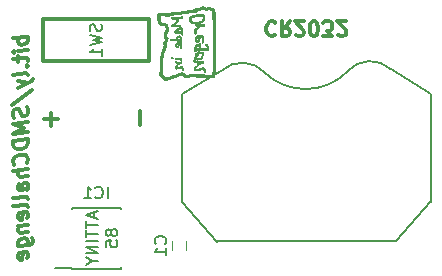
<source format=gbo>
G04 #@! TF.FileFunction,Legend,Bot*
%FSLAX46Y46*%
G04 Gerber Fmt 4.6, Leading zero omitted, Abs format (unit mm)*
G04 Created by KiCad (PCBNEW 4.0.7) date 07/09/18 10:37:14*
%MOMM*%
%LPD*%
G01*
G04 APERTURE LIST*
%ADD10C,0.100000*%
%ADD11C,0.300000*%
%ADD12C,0.150000*%
%ADD13C,0.304800*%
%ADD14C,0.002540*%
%ADD15C,0.120000*%
G04 APERTURE END LIST*
D10*
D11*
X161143143Y-102298572D02*
X161143143Y-103441429D01*
X154241428Y-102977143D02*
X153098571Y-102977143D01*
X153670000Y-103548571D02*
X153670000Y-102405714D01*
X151704524Y-95964375D02*
X150434524Y-96123125D01*
X150918333Y-96062648D02*
X150857857Y-96191160D01*
X150857857Y-96433065D01*
X150918333Y-96546457D01*
X150978810Y-96599375D01*
X151099762Y-96644732D01*
X151462619Y-96599375D01*
X151583571Y-96523780D01*
X151644048Y-96455743D01*
X151704524Y-96327232D01*
X151704524Y-96085327D01*
X151644048Y-95971934D01*
X151704524Y-97113423D02*
X150857857Y-97219256D01*
X150434524Y-97272173D02*
X150495000Y-97204137D01*
X150555476Y-97257054D01*
X150495000Y-97325089D01*
X150434524Y-97272173D01*
X150555476Y-97257054D01*
X150857857Y-97642589D02*
X150857857Y-98126399D01*
X150434524Y-97876935D02*
X151523095Y-97740863D01*
X151644048Y-97786220D01*
X151704524Y-97899614D01*
X151704524Y-98020566D01*
X151583571Y-98459018D02*
X151644048Y-98511934D01*
X151704524Y-98443899D01*
X151644048Y-98390982D01*
X151583571Y-98459018D01*
X151704524Y-98443899D01*
X151704524Y-99230090D02*
X151644048Y-99116696D01*
X151523095Y-99071339D01*
X150434524Y-99207411D01*
X150857857Y-99698780D02*
X151704524Y-99895328D01*
X150857857Y-100303541D02*
X151704524Y-99895328D01*
X152006905Y-99736577D01*
X152067381Y-99668541D01*
X152127857Y-99540030D01*
X150374048Y-101754970D02*
X152006905Y-100462291D01*
X151644048Y-101959077D02*
X151704524Y-102132946D01*
X151704524Y-102435327D01*
X151644048Y-102563839D01*
X151583571Y-102631875D01*
X151462619Y-102707470D01*
X151341667Y-102722589D01*
X151220714Y-102677232D01*
X151160238Y-102624315D01*
X151099762Y-102510922D01*
X151039286Y-102276577D01*
X150978810Y-102163184D01*
X150918333Y-102110267D01*
X150797381Y-102064910D01*
X150676429Y-102080029D01*
X150555476Y-102155625D01*
X150495000Y-102223660D01*
X150434524Y-102352173D01*
X150434524Y-102654553D01*
X150495000Y-102828422D01*
X151704524Y-103221518D02*
X150434524Y-103380268D01*
X151341667Y-103690208D01*
X150434524Y-104226935D01*
X151704524Y-104068185D01*
X151704524Y-104672947D02*
X150434524Y-104831697D01*
X150434524Y-105134078D01*
X150495000Y-105307946D01*
X150615952Y-105413780D01*
X150736905Y-105459137D01*
X150978810Y-105489375D01*
X151160238Y-105466696D01*
X151402143Y-105375982D01*
X151523095Y-105300387D01*
X151644048Y-105164315D01*
X151704524Y-104975328D01*
X151704524Y-104672947D01*
X151583571Y-106683780D02*
X151644048Y-106615744D01*
X151704524Y-106426756D01*
X151704524Y-106305804D01*
X151644048Y-106131935D01*
X151523095Y-106026101D01*
X151402143Y-105980744D01*
X151160238Y-105950506D01*
X150978810Y-105973185D01*
X150736905Y-106063899D01*
X150615952Y-106139494D01*
X150495000Y-106275566D01*
X150434524Y-106464554D01*
X150434524Y-106585506D01*
X150495000Y-106759375D01*
X150555476Y-106812292D01*
X151704524Y-107212947D02*
X150434524Y-107371697D01*
X151704524Y-107757233D02*
X151039286Y-107840387D01*
X150918333Y-107795029D01*
X150857857Y-107681637D01*
X150857857Y-107500209D01*
X150918333Y-107371696D01*
X150978810Y-107303661D01*
X151704524Y-108906281D02*
X151039286Y-108989435D01*
X150918333Y-108944077D01*
X150857857Y-108830685D01*
X150857857Y-108588780D01*
X150918333Y-108460268D01*
X151644048Y-108913840D02*
X151704524Y-108785328D01*
X151704524Y-108482947D01*
X151644048Y-108369554D01*
X151523095Y-108324197D01*
X151402143Y-108339316D01*
X151281190Y-108414911D01*
X151220714Y-108543423D01*
X151220714Y-108845804D01*
X151160238Y-108974316D01*
X151704524Y-109692472D02*
X151644048Y-109579078D01*
X151523095Y-109533721D01*
X150434524Y-109669793D01*
X151704524Y-110357710D02*
X151644048Y-110244316D01*
X151523095Y-110198959D01*
X150434524Y-110335031D01*
X151644048Y-111332887D02*
X151704524Y-111204376D01*
X151704524Y-110962471D01*
X151644048Y-110849078D01*
X151523095Y-110803721D01*
X151039286Y-110864197D01*
X150918333Y-110939792D01*
X150857857Y-111068304D01*
X150857857Y-111310209D01*
X150918333Y-111423601D01*
X151039286Y-111468959D01*
X151160238Y-111453840D01*
X151281190Y-110833959D01*
X150857857Y-112035923D02*
X151704524Y-111930090D01*
X150978810Y-112020804D02*
X150918333Y-112088839D01*
X150857857Y-112217352D01*
X150857857Y-112398780D01*
X150918333Y-112512172D01*
X151039286Y-112557530D01*
X151704524Y-112474376D01*
X150857857Y-113729257D02*
X151885952Y-113600745D01*
X152006905Y-113525149D01*
X152067381Y-113457113D01*
X152127857Y-113328602D01*
X152127857Y-113147173D01*
X152067381Y-113033780D01*
X151644048Y-113630983D02*
X151704524Y-113502471D01*
X151704524Y-113260567D01*
X151644048Y-113147173D01*
X151583571Y-113094257D01*
X151462619Y-113048900D01*
X151099762Y-113094257D01*
X150978810Y-113169852D01*
X150918333Y-113237887D01*
X150857857Y-113366400D01*
X150857857Y-113608304D01*
X150918333Y-113721697D01*
X151644048Y-114719554D02*
X151704524Y-114591043D01*
X151704524Y-114349138D01*
X151644048Y-114235745D01*
X151523095Y-114190388D01*
X151039286Y-114250864D01*
X150918333Y-114326459D01*
X150857857Y-114454971D01*
X150857857Y-114696876D01*
X150918333Y-114810268D01*
X151039286Y-114855626D01*
X151160238Y-114840507D01*
X151281190Y-114220626D01*
X172640953Y-94803571D02*
X172581429Y-94744048D01*
X172402858Y-94684524D01*
X172283810Y-94684524D01*
X172105238Y-94744048D01*
X171986191Y-94863095D01*
X171926667Y-94982143D01*
X171867143Y-95220238D01*
X171867143Y-95398810D01*
X171926667Y-95636905D01*
X171986191Y-95755952D01*
X172105238Y-95875000D01*
X172283810Y-95934524D01*
X172402858Y-95934524D01*
X172581429Y-95875000D01*
X172640953Y-95815476D01*
X173890953Y-94684524D02*
X173474286Y-95279762D01*
X173176667Y-94684524D02*
X173176667Y-95934524D01*
X173652858Y-95934524D01*
X173771905Y-95875000D01*
X173831429Y-95815476D01*
X173890953Y-95696429D01*
X173890953Y-95517857D01*
X173831429Y-95398810D01*
X173771905Y-95339286D01*
X173652858Y-95279762D01*
X173176667Y-95279762D01*
X174367143Y-95815476D02*
X174426667Y-95875000D01*
X174545715Y-95934524D01*
X174843334Y-95934524D01*
X174962381Y-95875000D01*
X175021905Y-95815476D01*
X175081429Y-95696429D01*
X175081429Y-95577381D01*
X175021905Y-95398810D01*
X174307619Y-94684524D01*
X175081429Y-94684524D01*
X175855238Y-95934524D02*
X175974286Y-95934524D01*
X176093334Y-95875000D01*
X176152857Y-95815476D01*
X176212381Y-95696429D01*
X176271905Y-95458333D01*
X176271905Y-95160714D01*
X176212381Y-94922619D01*
X176152857Y-94803571D01*
X176093334Y-94744048D01*
X175974286Y-94684524D01*
X175855238Y-94684524D01*
X175736191Y-94744048D01*
X175676667Y-94803571D01*
X175617143Y-94922619D01*
X175557619Y-95160714D01*
X175557619Y-95458333D01*
X175617143Y-95696429D01*
X175676667Y-95815476D01*
X175736191Y-95875000D01*
X175855238Y-95934524D01*
X176688571Y-95934524D02*
X177462381Y-95934524D01*
X177045714Y-95458333D01*
X177224286Y-95458333D01*
X177343333Y-95398810D01*
X177402857Y-95339286D01*
X177462381Y-95220238D01*
X177462381Y-94922619D01*
X177402857Y-94803571D01*
X177343333Y-94744048D01*
X177224286Y-94684524D01*
X176867143Y-94684524D01*
X176748095Y-94744048D01*
X176688571Y-94803571D01*
X177938571Y-95815476D02*
X177998095Y-95875000D01*
X178117143Y-95934524D01*
X178414762Y-95934524D01*
X178533809Y-95875000D01*
X178593333Y-95815476D01*
X178652857Y-95696429D01*
X178652857Y-95577381D01*
X178593333Y-95398810D01*
X177879047Y-94684524D01*
X178652857Y-94684524D01*
D12*
X157329667Y-110839524D02*
X157329667Y-111315715D01*
X157615381Y-110744286D02*
X156615381Y-111077619D01*
X157615381Y-111410953D01*
X156615381Y-111601429D02*
X156615381Y-112172858D01*
X157615381Y-111887143D02*
X156615381Y-111887143D01*
X156615381Y-112363334D02*
X156615381Y-112934763D01*
X157615381Y-112649048D02*
X156615381Y-112649048D01*
X157615381Y-113268096D02*
X156615381Y-113268096D01*
X157615381Y-113744286D02*
X156615381Y-113744286D01*
X157615381Y-114315715D01*
X156615381Y-114315715D01*
X157139190Y-114982381D02*
X157615381Y-114982381D01*
X156615381Y-114649048D02*
X157139190Y-114982381D01*
X156615381Y-115315715D01*
X158693952Y-112458571D02*
X158646333Y-112363333D01*
X158598714Y-112315714D01*
X158503476Y-112268095D01*
X158455857Y-112268095D01*
X158360619Y-112315714D01*
X158313000Y-112363333D01*
X158265381Y-112458571D01*
X158265381Y-112649048D01*
X158313000Y-112744286D01*
X158360619Y-112791905D01*
X158455857Y-112839524D01*
X158503476Y-112839524D01*
X158598714Y-112791905D01*
X158646333Y-112744286D01*
X158693952Y-112649048D01*
X158693952Y-112458571D01*
X158741571Y-112363333D01*
X158789190Y-112315714D01*
X158884429Y-112268095D01*
X159074905Y-112268095D01*
X159170143Y-112315714D01*
X159217762Y-112363333D01*
X159265381Y-112458571D01*
X159265381Y-112649048D01*
X159217762Y-112744286D01*
X159170143Y-112791905D01*
X159074905Y-112839524D01*
X158884429Y-112839524D01*
X158789190Y-112791905D01*
X158741571Y-112744286D01*
X158693952Y-112649048D01*
X158265381Y-113744286D02*
X158265381Y-113268095D01*
X158741571Y-113220476D01*
X158693952Y-113268095D01*
X158646333Y-113363333D01*
X158646333Y-113601429D01*
X158693952Y-113696667D01*
X158741571Y-113744286D01*
X158836810Y-113791905D01*
X159074905Y-113791905D01*
X159170143Y-113744286D01*
X159217762Y-113696667D01*
X159265381Y-113601429D01*
X159265381Y-113363333D01*
X159217762Y-113268095D01*
X159170143Y-113220476D01*
X168084500Y-98869500D02*
X164719000Y-100838000D01*
X182435500Y-98742500D02*
X185801000Y-100838000D01*
X168059100Y-98869500D02*
G75*
G02X171742100Y-98996500I1778000J-1905000D01*
G01*
X178765200Y-98869500D02*
G75*
G02X182448200Y-98742500I1905000J-1778000D01*
G01*
X178816000Y-98869500D02*
G75*
G02X171704000Y-98996500I-3619500J3492500D01*
G01*
X182880000Y-113284000D02*
X185801000Y-109918500D01*
X164719000Y-109982000D02*
X167703500Y-113347500D01*
X167640000Y-113284000D02*
X182880000Y-113284000D01*
X164719000Y-100838000D02*
X164719000Y-109982000D01*
X185801000Y-100838000D02*
X185801000Y-109982000D01*
D13*
X152980000Y-94460000D02*
X161980000Y-94460000D01*
X161980000Y-98060000D02*
X161980000Y-94460000D01*
X152980000Y-98060000D02*
X152980000Y-94460000D01*
X152980000Y-98060000D02*
X161980000Y-98060000D01*
D14*
G36*
X163339780Y-99616260D02*
X163377880Y-99616260D01*
X163403280Y-99613720D01*
X163426140Y-99611180D01*
X163443920Y-99606100D01*
X163464240Y-99595940D01*
X163471860Y-99593400D01*
X163499800Y-99580700D01*
X163525200Y-99570540D01*
X163555680Y-99560380D01*
X163591240Y-99550220D01*
X163636960Y-99540060D01*
X163690300Y-99527360D01*
X163708080Y-99522280D01*
X163781740Y-99507040D01*
X163842700Y-99489260D01*
X163896040Y-99474020D01*
X163941760Y-99453700D01*
X163982400Y-99433380D01*
X163352480Y-99433380D01*
X163337240Y-99433380D01*
X163324540Y-99430840D01*
X163311840Y-99423220D01*
X163296600Y-99410520D01*
X163278820Y-99387660D01*
X163268660Y-99377500D01*
X163245800Y-99349560D01*
X163220400Y-99324160D01*
X163197540Y-99306380D01*
X163189920Y-99298760D01*
X163172140Y-99286060D01*
X163146740Y-99265740D01*
X163116260Y-99240340D01*
X163085780Y-99214940D01*
X163083240Y-99212400D01*
X163055300Y-99189540D01*
X163029900Y-99169220D01*
X163012120Y-99156520D01*
X163001960Y-99148900D01*
X162999420Y-99148900D01*
X162994340Y-99143820D01*
X162994340Y-99126040D01*
X162994340Y-99100640D01*
X162999420Y-99070160D01*
X163004500Y-99039680D01*
X163007040Y-99029520D01*
X163009580Y-99016820D01*
X163014660Y-99004120D01*
X163014660Y-98988880D01*
X163017200Y-98971100D01*
X163019740Y-98945700D01*
X163022280Y-98912680D01*
X163022280Y-98874580D01*
X163024820Y-98826320D01*
X163024820Y-98767900D01*
X163027360Y-98696780D01*
X163029900Y-98612960D01*
X163029900Y-98559620D01*
X163032440Y-98473260D01*
X163032440Y-98386900D01*
X163034980Y-98300540D01*
X163034980Y-98216720D01*
X163037520Y-98137980D01*
X163037520Y-98066860D01*
X163037520Y-98003360D01*
X163037520Y-97955100D01*
X163037520Y-97942400D01*
X163037520Y-97749360D01*
X163098480Y-97688400D01*
X163156900Y-97627440D01*
X163156900Y-97586800D01*
X163156900Y-97558860D01*
X163154360Y-97523300D01*
X163149280Y-97495360D01*
X163146740Y-97462340D01*
X163149280Y-97431860D01*
X163154360Y-97398840D01*
X163164520Y-97358200D01*
X163182300Y-97312480D01*
X163205160Y-97256600D01*
X163210240Y-97241360D01*
X163230560Y-97198180D01*
X163243260Y-97165160D01*
X163250880Y-97137220D01*
X163255960Y-97111820D01*
X163261040Y-97083880D01*
X163263580Y-97066100D01*
X163268660Y-97020380D01*
X163273740Y-96984820D01*
X163281360Y-96956880D01*
X163291520Y-96936560D01*
X163304220Y-96916240D01*
X163324540Y-96895920D01*
X163327080Y-96893380D01*
X163347400Y-96870520D01*
X163365180Y-96845120D01*
X163377880Y-96827340D01*
X163377880Y-96827340D01*
X163382960Y-96807020D01*
X163388040Y-96776540D01*
X163395660Y-96740980D01*
X163398200Y-96702880D01*
X163403280Y-96669860D01*
X163403280Y-96644460D01*
X163400740Y-96629220D01*
X163393120Y-96616520D01*
X163380420Y-96593660D01*
X163362640Y-96573340D01*
X163342320Y-96550480D01*
X163334700Y-96535240D01*
X163332160Y-96525080D01*
X163334700Y-96520000D01*
X163342320Y-96509840D01*
X163355020Y-96489520D01*
X163372800Y-96461580D01*
X163393120Y-96431100D01*
X163398200Y-96423480D01*
X163451540Y-96337120D01*
X163454080Y-96260920D01*
X163456620Y-96225360D01*
X163459160Y-96202500D01*
X163461700Y-96189800D01*
X163466780Y-96179640D01*
X163474400Y-96174560D01*
X163479480Y-96172020D01*
X163502340Y-96151700D01*
X163517580Y-96123760D01*
X163525200Y-96093280D01*
X163525200Y-96088200D01*
X163517580Y-96060260D01*
X163499800Y-96032320D01*
X163469320Y-96004380D01*
X163456620Y-95994220D01*
X163443920Y-95981520D01*
X163433760Y-95973900D01*
X163426140Y-95963740D01*
X163418520Y-95951040D01*
X163415980Y-95930720D01*
X163410900Y-95905320D01*
X163405820Y-95867220D01*
X163403280Y-95818960D01*
X163400740Y-95803720D01*
X163390580Y-95694500D01*
X163418520Y-95664020D01*
X163451540Y-95628460D01*
X163476940Y-95592900D01*
X163497260Y-95562420D01*
X163502340Y-95552260D01*
X163507420Y-95529400D01*
X163512500Y-95496380D01*
X163517580Y-95453200D01*
X163522660Y-95407480D01*
X163527740Y-95356680D01*
X163530280Y-95308420D01*
X163530280Y-95262700D01*
X163530280Y-95260160D01*
X163530280Y-95211900D01*
X163525200Y-95168720D01*
X163520120Y-95125540D01*
X163509960Y-95077280D01*
X163499800Y-95031560D01*
X163489640Y-94998540D01*
X163476940Y-94973140D01*
X163464240Y-94950280D01*
X163443920Y-94927420D01*
X163418520Y-94902020D01*
X163398200Y-94884240D01*
X163377880Y-94869000D01*
X163355020Y-94861380D01*
X163327080Y-94853760D01*
X163291520Y-94846140D01*
X163248340Y-94843600D01*
X163197540Y-94838520D01*
X163118800Y-94830900D01*
X163050220Y-94818200D01*
X162994340Y-94797880D01*
X162948620Y-94772480D01*
X162943540Y-94769940D01*
X162918140Y-94744540D01*
X162890200Y-94706440D01*
X162882580Y-94693740D01*
X162869880Y-94665800D01*
X162859720Y-94642940D01*
X162857180Y-94625160D01*
X162857180Y-94602300D01*
X162857180Y-94599760D01*
X162857180Y-94561660D01*
X162849560Y-94518480D01*
X162841940Y-94488000D01*
X162829240Y-94449900D01*
X162824160Y-94421960D01*
X162821620Y-94404180D01*
X162826700Y-94388940D01*
X162831780Y-94373700D01*
X162836860Y-94366080D01*
X162852100Y-94335600D01*
X162857180Y-94292420D01*
X162852100Y-94244160D01*
X162847020Y-94228920D01*
X162841940Y-94206060D01*
X162836860Y-94185740D01*
X162836860Y-94178120D01*
X162841940Y-94178120D01*
X162862260Y-94175580D01*
X162885120Y-94175580D01*
X162887660Y-94175580D01*
X162915600Y-94175580D01*
X162935920Y-94173040D01*
X162953700Y-94167960D01*
X162971480Y-94155260D01*
X163004500Y-94132400D01*
X163123880Y-94140020D01*
X163169600Y-94142560D01*
X163202620Y-94147640D01*
X163228020Y-94150180D01*
X163245800Y-94155260D01*
X163261040Y-94160340D01*
X163276280Y-94167960D01*
X163283900Y-94173040D01*
X163314380Y-94188280D01*
X163342320Y-94195900D01*
X163362640Y-94195900D01*
X163390580Y-94198440D01*
X163413440Y-94200980D01*
X163421060Y-94203520D01*
X163438840Y-94206060D01*
X163464240Y-94211140D01*
X163497260Y-94211140D01*
X163509960Y-94211140D01*
X163542980Y-94211140D01*
X163563300Y-94211140D01*
X163578540Y-94206060D01*
X163588700Y-94198440D01*
X163601400Y-94188280D01*
X163603940Y-94185740D01*
X163619180Y-94165420D01*
X163626800Y-94145100D01*
X163629340Y-94142560D01*
X163629340Y-94132400D01*
X163634420Y-94127320D01*
X163649660Y-94122240D01*
X163675060Y-94119700D01*
X163708080Y-94117160D01*
X163746180Y-94114620D01*
X163769040Y-94114620D01*
X163812220Y-94112080D01*
X163868100Y-94107000D01*
X163939220Y-94099380D01*
X164025580Y-94086680D01*
X164124640Y-94068900D01*
X164132260Y-94068900D01*
X164175440Y-94061280D01*
X164216080Y-94056200D01*
X164246560Y-94051120D01*
X164269420Y-94048580D01*
X164277040Y-94046040D01*
X164289740Y-94046040D01*
X164312600Y-94048580D01*
X164343080Y-94048580D01*
X164373560Y-94051120D01*
X164406580Y-94051120D01*
X164437060Y-94053660D01*
X164457380Y-94056200D01*
X164465000Y-94058740D01*
X164490400Y-94068900D01*
X164520880Y-94071440D01*
X164551360Y-94068900D01*
X164576760Y-94058740D01*
X164589460Y-94043500D01*
X164602160Y-94035880D01*
X164627560Y-94028260D01*
X164668200Y-94018100D01*
X164724080Y-94010480D01*
X164792660Y-94000320D01*
X164871400Y-93992700D01*
X164932360Y-93987620D01*
X164985700Y-93982540D01*
X165036500Y-93977460D01*
X165079680Y-93972380D01*
X165115240Y-93967300D01*
X165140640Y-93964760D01*
X165153340Y-93962220D01*
X165173660Y-93952060D01*
X165201600Y-93941900D01*
X165227000Y-93931740D01*
X165247320Y-93924120D01*
X165262560Y-93916500D01*
X165280340Y-93913960D01*
X165300660Y-93911420D01*
X165326060Y-93911420D01*
X165359080Y-93913960D01*
X165404800Y-93916500D01*
X165425120Y-93916500D01*
X165470840Y-93919040D01*
X165506400Y-93919040D01*
X165534340Y-93913960D01*
X165559740Y-93906340D01*
X165587680Y-93893640D01*
X165620700Y-93873320D01*
X165658800Y-93855540D01*
X165686740Y-93845380D01*
X165714680Y-93840300D01*
X165742620Y-93845380D01*
X165780720Y-93855540D01*
X165790880Y-93860620D01*
X165828980Y-93873320D01*
X165859460Y-93880940D01*
X165879780Y-93880940D01*
X165897560Y-93878400D01*
X165912800Y-93870780D01*
X165915340Y-93870780D01*
X165930580Y-93855540D01*
X165948360Y-93830140D01*
X165966140Y-93799660D01*
X165978840Y-93766640D01*
X165986460Y-93746320D01*
X165991540Y-93726000D01*
X166080440Y-93726000D01*
X166171880Y-93726000D01*
X166235380Y-93695520D01*
X166303960Y-93662500D01*
X166362380Y-93637100D01*
X166410640Y-93616780D01*
X166446200Y-93604080D01*
X166466520Y-93599000D01*
X166484300Y-93596460D01*
X166499540Y-93596460D01*
X166514780Y-93604080D01*
X166535100Y-93619320D01*
X166537640Y-93619320D01*
X166578280Y-93647260D01*
X166616380Y-93670120D01*
X166662100Y-93687900D01*
X166690040Y-93695520D01*
X166743380Y-93710760D01*
X166842440Y-93687900D01*
X166908480Y-93672660D01*
X166961820Y-93665040D01*
X167007540Y-93659960D01*
X167048180Y-93659960D01*
X167086280Y-93667580D01*
X167124380Y-93677740D01*
X167124380Y-93677740D01*
X167167560Y-93692980D01*
X167205660Y-93705680D01*
X167238680Y-93720920D01*
X167261540Y-93731080D01*
X167271700Y-93741240D01*
X167274240Y-93741240D01*
X167276780Y-93751400D01*
X167284400Y-93771720D01*
X167289480Y-93779340D01*
X167297100Y-93802200D01*
X167304720Y-93837760D01*
X167309800Y-93886020D01*
X167312340Y-93946980D01*
X167314880Y-94023180D01*
X167317420Y-94112080D01*
X167317420Y-94213680D01*
X167317420Y-94223840D01*
X167319960Y-94279720D01*
X167319960Y-94345760D01*
X167322500Y-94419420D01*
X167322500Y-94498160D01*
X167325040Y-94576900D01*
X167330120Y-94650560D01*
X167330120Y-94670880D01*
X167337740Y-94907100D01*
X167347900Y-95133160D01*
X167352980Y-95356680D01*
X167358060Y-95580200D01*
X167363140Y-95801180D01*
X167365680Y-96024700D01*
X167368220Y-96250760D01*
X167368220Y-96484440D01*
X167368220Y-96723200D01*
X167368220Y-96974660D01*
X167365680Y-97236280D01*
X167363140Y-97368360D01*
X167360600Y-97553780D01*
X167358060Y-97723960D01*
X167355520Y-97881440D01*
X167352980Y-98026220D01*
X167350440Y-98160840D01*
X167347900Y-98285300D01*
X167345360Y-98402140D01*
X167342820Y-98508820D01*
X167337740Y-98607880D01*
X167335200Y-98699320D01*
X167332660Y-98788220D01*
X167327580Y-98872040D01*
X167325040Y-98917760D01*
X167322500Y-98981260D01*
X167317420Y-99039680D01*
X167314880Y-99093020D01*
X167312340Y-99138740D01*
X167309800Y-99171760D01*
X167309800Y-99194620D01*
X167309800Y-99207320D01*
X167309800Y-99207320D01*
X167302180Y-99207320D01*
X167279320Y-99204780D01*
X167246300Y-99204780D01*
X167198040Y-99202240D01*
X167139620Y-99199700D01*
X167071040Y-99197160D01*
X166992300Y-99192080D01*
X166905940Y-99189540D01*
X166809420Y-99184460D01*
X166707820Y-99179380D01*
X166601140Y-99176840D01*
X166486840Y-99171760D01*
X166370000Y-99164140D01*
X166354760Y-99164140D01*
X166215060Y-99159060D01*
X166088060Y-99153980D01*
X165973760Y-99148900D01*
X165872160Y-99143820D01*
X165783260Y-99138740D01*
X165704520Y-99136200D01*
X165638480Y-99133660D01*
X165577520Y-99131120D01*
X165529260Y-99131120D01*
X165486080Y-99131120D01*
X165453060Y-99131120D01*
X165422580Y-99131120D01*
X165399720Y-99131120D01*
X165381940Y-99133660D01*
X165366700Y-99136200D01*
X165356540Y-99138740D01*
X165346380Y-99141280D01*
X165338760Y-99146360D01*
X165333680Y-99151440D01*
X165326060Y-99156520D01*
X165318440Y-99161600D01*
X165303200Y-99174300D01*
X165287960Y-99181920D01*
X165272720Y-99184460D01*
X165247320Y-99181920D01*
X165237160Y-99181920D01*
X165201600Y-99181920D01*
X165168580Y-99184460D01*
X165127940Y-99194620D01*
X165125400Y-99194620D01*
X165082220Y-99207320D01*
X165051740Y-99214940D01*
X165028880Y-99217480D01*
X165016180Y-99217480D01*
X165006020Y-99214940D01*
X165000940Y-99207320D01*
X164998400Y-99207320D01*
X164993320Y-99189540D01*
X164985700Y-99166680D01*
X164985700Y-99156520D01*
X164978080Y-99128580D01*
X164967920Y-99105720D01*
X164952680Y-99085400D01*
X164929820Y-99067620D01*
X164894260Y-99044760D01*
X164858700Y-99026980D01*
X164769800Y-98983800D01*
X164691060Y-98991420D01*
X164660580Y-98996500D01*
X164632640Y-99001580D01*
X164607240Y-99009200D01*
X164579300Y-99016820D01*
X164543740Y-99029520D01*
X164500560Y-99049840D01*
X164487860Y-99054920D01*
X164437060Y-99075240D01*
X164386260Y-99098100D01*
X164332920Y-99120960D01*
X164287200Y-99141280D01*
X164269420Y-99151440D01*
X164231320Y-99166680D01*
X164203380Y-99179380D01*
X164183060Y-99187000D01*
X164170360Y-99189540D01*
X164160200Y-99187000D01*
X164150040Y-99187000D01*
X164124640Y-99179380D01*
X164094160Y-99179380D01*
X164061140Y-99189540D01*
X164020500Y-99207320D01*
X163972240Y-99232720D01*
X163969700Y-99235260D01*
X163929060Y-99258120D01*
X163893500Y-99278440D01*
X163863020Y-99293680D01*
X163832540Y-99303840D01*
X163799520Y-99316540D01*
X163758880Y-99326700D01*
X163713160Y-99336860D01*
X163667440Y-99347020D01*
X163603940Y-99362260D01*
X163553140Y-99374960D01*
X163512500Y-99385120D01*
X163479480Y-99395280D01*
X163451540Y-99405440D01*
X163428680Y-99413060D01*
X163418520Y-99420680D01*
X163390580Y-99428300D01*
X163360100Y-99433380D01*
X163352480Y-99433380D01*
X163982400Y-99433380D01*
X163984940Y-99430840D01*
X164000180Y-99425760D01*
X164028120Y-99407980D01*
X164050980Y-99397820D01*
X164063680Y-99392740D01*
X164073840Y-99392740D01*
X164084000Y-99397820D01*
X164101780Y-99400360D01*
X164119560Y-99402900D01*
X164142420Y-99397820D01*
X164170360Y-99390200D01*
X164205920Y-99374960D01*
X164254180Y-99354640D01*
X164284660Y-99339400D01*
X164365940Y-99303840D01*
X164442140Y-99268280D01*
X164510720Y-99240340D01*
X164571680Y-99214940D01*
X164622480Y-99194620D01*
X164663120Y-99181920D01*
X164691060Y-99174300D01*
X164693600Y-99174300D01*
X164721540Y-99169220D01*
X164739320Y-99171760D01*
X164759640Y-99176840D01*
X164772340Y-99184460D01*
X164792660Y-99194620D01*
X164805360Y-99207320D01*
X164812980Y-99222560D01*
X164818060Y-99245420D01*
X164820600Y-99258120D01*
X164823140Y-99273360D01*
X164833300Y-99291140D01*
X164848540Y-99308920D01*
X164873940Y-99336860D01*
X164884100Y-99344480D01*
X164909500Y-99369880D01*
X164927280Y-99387660D01*
X164939980Y-99397820D01*
X164952680Y-99402900D01*
X164967920Y-99402900D01*
X164978080Y-99402900D01*
X165031420Y-99400360D01*
X165092380Y-99387660D01*
X165155880Y-99372420D01*
X165183820Y-99364800D01*
X165206680Y-99362260D01*
X165229540Y-99362260D01*
X165260020Y-99364800D01*
X165265100Y-99367340D01*
X165298120Y-99369880D01*
X165326060Y-99369880D01*
X165348920Y-99362260D01*
X165376860Y-99344480D01*
X165399720Y-99326700D01*
X165427660Y-99303840D01*
X166408100Y-99347020D01*
X166527480Y-99352100D01*
X166644320Y-99357180D01*
X166756080Y-99362260D01*
X166862760Y-99367340D01*
X166961820Y-99369880D01*
X167053260Y-99374960D01*
X167137080Y-99377500D01*
X167210740Y-99380040D01*
X167274240Y-99382580D01*
X167327580Y-99385120D01*
X167368220Y-99385120D01*
X167396160Y-99385120D01*
X167411400Y-99385120D01*
X167411400Y-99385120D01*
X167436800Y-99374960D01*
X167459660Y-99354640D01*
X167474900Y-99331780D01*
X167477440Y-99326700D01*
X167479980Y-99314000D01*
X167482520Y-99286060D01*
X167485060Y-99247960D01*
X167490140Y-99199700D01*
X167492680Y-99141280D01*
X167497760Y-99077780D01*
X167500300Y-99004120D01*
X167505380Y-98927920D01*
X167507920Y-98846640D01*
X167513000Y-98765360D01*
X167515540Y-98681540D01*
X167518080Y-98600260D01*
X167520620Y-98518980D01*
X167523160Y-98442780D01*
X167525700Y-98371660D01*
X167528240Y-98328480D01*
X167528240Y-98267520D01*
X167530780Y-98193860D01*
X167530780Y-98110040D01*
X167533320Y-98018600D01*
X167535860Y-97917000D01*
X167535860Y-97810320D01*
X167538400Y-97701100D01*
X167538400Y-97586800D01*
X167540940Y-97475040D01*
X167543480Y-97365820D01*
X167543480Y-97322640D01*
X167543480Y-97221040D01*
X167546020Y-97119440D01*
X167546020Y-97020380D01*
X167548560Y-96923860D01*
X167548560Y-96834960D01*
X167548560Y-96751140D01*
X167551100Y-96677480D01*
X167551100Y-96613980D01*
X167551100Y-96560640D01*
X167551100Y-96520000D01*
X167551100Y-96497140D01*
X167551100Y-96461580D01*
X167551100Y-96410780D01*
X167551100Y-96349820D01*
X167551100Y-96278700D01*
X167551100Y-96202500D01*
X167548560Y-96121220D01*
X167548560Y-96037400D01*
X167546020Y-95953580D01*
X167546020Y-95918020D01*
X167543480Y-95763080D01*
X167538400Y-95613220D01*
X167535860Y-95465900D01*
X167530780Y-95326200D01*
X167528240Y-95194120D01*
X167523160Y-95069660D01*
X167520620Y-94955360D01*
X167518080Y-94853760D01*
X167513000Y-94767400D01*
X167513000Y-94749620D01*
X167510460Y-94693740D01*
X167507920Y-94627700D01*
X167507920Y-94556580D01*
X167505380Y-94485460D01*
X167505380Y-94416880D01*
X167505380Y-94391480D01*
X167505380Y-94325440D01*
X167502840Y-94251780D01*
X167502840Y-94170500D01*
X167497760Y-94091760D01*
X167495220Y-94015560D01*
X167495220Y-93977460D01*
X167482520Y-93761560D01*
X167449500Y-93690440D01*
X167431720Y-93657420D01*
X167419020Y-93632020D01*
X167406320Y-93614240D01*
X167401240Y-93609160D01*
X167380920Y-93593920D01*
X167350440Y-93578680D01*
X167309800Y-93558360D01*
X167266620Y-93540580D01*
X167223440Y-93522800D01*
X167185340Y-93507560D01*
X167144700Y-93494860D01*
X167111680Y-93487240D01*
X167086280Y-93482160D01*
X167055800Y-93479620D01*
X167035480Y-93479620D01*
X166961820Y-93484700D01*
X166878000Y-93497400D01*
X166804340Y-93512640D01*
X166768780Y-93520260D01*
X166740840Y-93520260D01*
X166710360Y-93512640D01*
X166677340Y-93497400D01*
X166639240Y-93474540D01*
X166621460Y-93459300D01*
X166585900Y-93436440D01*
X166560500Y-93421200D01*
X166535100Y-93413580D01*
X166509700Y-93411040D01*
X166476680Y-93413580D01*
X166438580Y-93421200D01*
X166408100Y-93428820D01*
X166367460Y-93441520D01*
X166321740Y-93459300D01*
X166268400Y-93479620D01*
X166217600Y-93505020D01*
X166174420Y-93525340D01*
X166156640Y-93532960D01*
X166141400Y-93540580D01*
X166123620Y-93543120D01*
X166103300Y-93545660D01*
X166072820Y-93545660D01*
X166032180Y-93545660D01*
X166027100Y-93545660D01*
X165978840Y-93548200D01*
X165938200Y-93550740D01*
X165910260Y-93555820D01*
X165887400Y-93568520D01*
X165867080Y-93586300D01*
X165849300Y-93614240D01*
X165828980Y-93652340D01*
X165818820Y-93672660D01*
X165811200Y-93672660D01*
X165793420Y-93670120D01*
X165768020Y-93665040D01*
X165760400Y-93662500D01*
X165714680Y-93657420D01*
X165684200Y-93657420D01*
X165676580Y-93657420D01*
X165633400Y-93670120D01*
X165587680Y-93690440D01*
X165541960Y-93713300D01*
X165529260Y-93720920D01*
X165516560Y-93728540D01*
X165503860Y-93733620D01*
X165488620Y-93738700D01*
X165470840Y-93738700D01*
X165447980Y-93738700D01*
X165417500Y-93738700D01*
X165374320Y-93733620D01*
X165320980Y-93728540D01*
X165318440Y-93728540D01*
X165293040Y-93728540D01*
X165267640Y-93728540D01*
X165239700Y-93736160D01*
X165211760Y-93743780D01*
X165178740Y-93756480D01*
X165148260Y-93766640D01*
X165125400Y-93776800D01*
X165120320Y-93779340D01*
X165107620Y-93784420D01*
X165087300Y-93789500D01*
X165059360Y-93792040D01*
X165021260Y-93797120D01*
X164970460Y-93802200D01*
X164909500Y-93807280D01*
X164840920Y-93814900D01*
X164774880Y-93822520D01*
X164711380Y-93830140D01*
X164650420Y-93840300D01*
X164597080Y-93847920D01*
X164553900Y-93855540D01*
X164523420Y-93865700D01*
X164513260Y-93868240D01*
X164495480Y-93868240D01*
X164477700Y-93865700D01*
X164452300Y-93863160D01*
X164416740Y-93868240D01*
X164416740Y-93868240D01*
X164383720Y-93873320D01*
X164348160Y-93870780D01*
X164330380Y-93868240D01*
X164307520Y-93865700D01*
X164287200Y-93863160D01*
X164264340Y-93865700D01*
X164236400Y-93868240D01*
X164195760Y-93875860D01*
X164180520Y-93878400D01*
X164086540Y-93896180D01*
X164000180Y-93908880D01*
X163918900Y-93919040D01*
X163837620Y-93926660D01*
X163748720Y-93934280D01*
X163672520Y-93939360D01*
X163606480Y-93941900D01*
X163555680Y-93946980D01*
X163515040Y-93949520D01*
X163484560Y-93954600D01*
X163461700Y-93957140D01*
X163443920Y-93964760D01*
X163431220Y-93972380D01*
X163423600Y-93982540D01*
X163415980Y-93990160D01*
X163405820Y-94002860D01*
X163393120Y-94007940D01*
X163375340Y-94005400D01*
X163349940Y-93997780D01*
X163324540Y-93987620D01*
X163324540Y-93987620D01*
X163311840Y-93980000D01*
X163301680Y-93977460D01*
X163288980Y-93972380D01*
X163271200Y-93969840D01*
X163248340Y-93967300D01*
X163217860Y-93964760D01*
X163174680Y-93962220D01*
X163121340Y-93957140D01*
X163093400Y-93957140D01*
X162941000Y-93946980D01*
X162910520Y-93972380D01*
X162880040Y-93997780D01*
X162803840Y-93990160D01*
X162755580Y-93987620D01*
X162720020Y-93987620D01*
X162694620Y-93990160D01*
X162674300Y-94000320D01*
X162659060Y-94013020D01*
X162656520Y-94015560D01*
X162643820Y-94030800D01*
X162638740Y-94048580D01*
X162636200Y-94071440D01*
X162636200Y-94099380D01*
X162643820Y-94137480D01*
X162653980Y-94188280D01*
X162656520Y-94193360D01*
X162676840Y-94284800D01*
X162656520Y-94320360D01*
X162643820Y-94345760D01*
X162636200Y-94368620D01*
X162636200Y-94396560D01*
X162641280Y-94427040D01*
X162648900Y-94470220D01*
X162656520Y-94500700D01*
X162666680Y-94536260D01*
X162674300Y-94564200D01*
X162676840Y-94581980D01*
X162674300Y-94599760D01*
X162671760Y-94612460D01*
X162669220Y-94632780D01*
X162669220Y-94650560D01*
X162671760Y-94670880D01*
X162681920Y-94696280D01*
X162697160Y-94726760D01*
X162714940Y-94759780D01*
X162737800Y-94800420D01*
X162755580Y-94830900D01*
X162773360Y-94853760D01*
X162788600Y-94871540D01*
X162806380Y-94889320D01*
X162829240Y-94907100D01*
X162852100Y-94927420D01*
X162874960Y-94942660D01*
X162895280Y-94952820D01*
X162920680Y-94962980D01*
X162953700Y-94975680D01*
X162996880Y-94988380D01*
X163007040Y-94990920D01*
X163055300Y-95003620D01*
X163095940Y-95011240D01*
X163134040Y-95016320D01*
X163177220Y-95021400D01*
X163192460Y-95021400D01*
X163238180Y-95023940D01*
X163271200Y-95026480D01*
X163294060Y-95034100D01*
X163309300Y-95046800D01*
X163322000Y-95067120D01*
X163329620Y-95097600D01*
X163337240Y-95125540D01*
X163347400Y-95186500D01*
X163352480Y-95257620D01*
X163349940Y-95336360D01*
X163342320Y-95410020D01*
X163334700Y-95488760D01*
X163276280Y-95554800D01*
X163250880Y-95580200D01*
X163233100Y-95605600D01*
X163217860Y-95625920D01*
X163212780Y-95636080D01*
X163212780Y-95651320D01*
X163212780Y-95676720D01*
X163212780Y-95714820D01*
X163217860Y-95758000D01*
X163220400Y-95808800D01*
X163225480Y-95859600D01*
X163230560Y-95910400D01*
X163235640Y-95953580D01*
X163243260Y-95996760D01*
X163248340Y-96027240D01*
X163258500Y-96047560D01*
X163263580Y-96060260D01*
X163271200Y-96070420D01*
X163276280Y-96080580D01*
X163278820Y-96095820D01*
X163278820Y-96116140D01*
X163278820Y-96144080D01*
X163278820Y-96182180D01*
X163276280Y-96283780D01*
X163207700Y-96387920D01*
X163182300Y-96426020D01*
X163161980Y-96459040D01*
X163144200Y-96486980D01*
X163134040Y-96507300D01*
X163128960Y-96514920D01*
X163121340Y-96542860D01*
X163126420Y-96568260D01*
X163141660Y-96598740D01*
X163172140Y-96634300D01*
X163174680Y-96636840D01*
X163195000Y-96659700D01*
X163207700Y-96677480D01*
X163215320Y-96692720D01*
X163217860Y-96707960D01*
X163217860Y-96713040D01*
X163215320Y-96730820D01*
X163212780Y-96743520D01*
X163200080Y-96761300D01*
X163182300Y-96781620D01*
X163172140Y-96791780D01*
X163146740Y-96822260D01*
X163126420Y-96855280D01*
X163111180Y-96893380D01*
X163101020Y-96936560D01*
X163090860Y-96992440D01*
X163088320Y-97020380D01*
X163083240Y-97058480D01*
X163075620Y-97088960D01*
X163065460Y-97119440D01*
X163052760Y-97155000D01*
X163040060Y-97185480D01*
X163022280Y-97228660D01*
X163004500Y-97276920D01*
X162989260Y-97322640D01*
X162981640Y-97350580D01*
X162974020Y-97388680D01*
X162966400Y-97416620D01*
X162966400Y-97439480D01*
X162966400Y-97462340D01*
X162968940Y-97492820D01*
X162976560Y-97553780D01*
X162923220Y-97612200D01*
X162890200Y-97647760D01*
X162869880Y-97675700D01*
X162864800Y-97693480D01*
X162862260Y-97706180D01*
X162862260Y-97734120D01*
X162859720Y-97769680D01*
X162859720Y-97815400D01*
X162859720Y-97866200D01*
X162859720Y-97922080D01*
X162859720Y-97924620D01*
X162859720Y-98008440D01*
X162857180Y-98097340D01*
X162857180Y-98188780D01*
X162857180Y-98280220D01*
X162854640Y-98371660D01*
X162852100Y-98460560D01*
X162852100Y-98544380D01*
X162849560Y-98625660D01*
X162847020Y-98701860D01*
X162844480Y-98770440D01*
X162841940Y-98828860D01*
X162839400Y-98879660D01*
X162836860Y-98917760D01*
X162834320Y-98943160D01*
X162831780Y-98955860D01*
X162829240Y-98973640D01*
X162824160Y-99006660D01*
X162819080Y-99044760D01*
X162816540Y-99085400D01*
X162814000Y-99105720D01*
X162811460Y-99151440D01*
X162808920Y-99184460D01*
X162808920Y-99207320D01*
X162808920Y-99225100D01*
X162811460Y-99237800D01*
X162816540Y-99247960D01*
X162819080Y-99250500D01*
X162839400Y-99275900D01*
X162872420Y-99298760D01*
X162907980Y-99308920D01*
X162923220Y-99316540D01*
X162946080Y-99331780D01*
X162968940Y-99352100D01*
X162976560Y-99357180D01*
X163007040Y-99382580D01*
X163034980Y-99405440D01*
X163057840Y-99425760D01*
X163062920Y-99428300D01*
X163080700Y-99443540D01*
X163106100Y-99468940D01*
X163134040Y-99496880D01*
X163161980Y-99524820D01*
X163187380Y-99552760D01*
X163210240Y-99578160D01*
X163228020Y-99595940D01*
X163240720Y-99606100D01*
X163240720Y-99606100D01*
X163258500Y-99611180D01*
X163288980Y-99616260D01*
X163329620Y-99616260D01*
X163339780Y-99616260D01*
X163339780Y-99616260D01*
X163339780Y-99616260D01*
G37*
X163339780Y-99616260D02*
X163377880Y-99616260D01*
X163403280Y-99613720D01*
X163426140Y-99611180D01*
X163443920Y-99606100D01*
X163464240Y-99595940D01*
X163471860Y-99593400D01*
X163499800Y-99580700D01*
X163525200Y-99570540D01*
X163555680Y-99560380D01*
X163591240Y-99550220D01*
X163636960Y-99540060D01*
X163690300Y-99527360D01*
X163708080Y-99522280D01*
X163781740Y-99507040D01*
X163842700Y-99489260D01*
X163896040Y-99474020D01*
X163941760Y-99453700D01*
X163982400Y-99433380D01*
X163352480Y-99433380D01*
X163337240Y-99433380D01*
X163324540Y-99430840D01*
X163311840Y-99423220D01*
X163296600Y-99410520D01*
X163278820Y-99387660D01*
X163268660Y-99377500D01*
X163245800Y-99349560D01*
X163220400Y-99324160D01*
X163197540Y-99306380D01*
X163189920Y-99298760D01*
X163172140Y-99286060D01*
X163146740Y-99265740D01*
X163116260Y-99240340D01*
X163085780Y-99214940D01*
X163083240Y-99212400D01*
X163055300Y-99189540D01*
X163029900Y-99169220D01*
X163012120Y-99156520D01*
X163001960Y-99148900D01*
X162999420Y-99148900D01*
X162994340Y-99143820D01*
X162994340Y-99126040D01*
X162994340Y-99100640D01*
X162999420Y-99070160D01*
X163004500Y-99039680D01*
X163007040Y-99029520D01*
X163009580Y-99016820D01*
X163014660Y-99004120D01*
X163014660Y-98988880D01*
X163017200Y-98971100D01*
X163019740Y-98945700D01*
X163022280Y-98912680D01*
X163022280Y-98874580D01*
X163024820Y-98826320D01*
X163024820Y-98767900D01*
X163027360Y-98696780D01*
X163029900Y-98612960D01*
X163029900Y-98559620D01*
X163032440Y-98473260D01*
X163032440Y-98386900D01*
X163034980Y-98300540D01*
X163034980Y-98216720D01*
X163037520Y-98137980D01*
X163037520Y-98066860D01*
X163037520Y-98003360D01*
X163037520Y-97955100D01*
X163037520Y-97942400D01*
X163037520Y-97749360D01*
X163098480Y-97688400D01*
X163156900Y-97627440D01*
X163156900Y-97586800D01*
X163156900Y-97558860D01*
X163154360Y-97523300D01*
X163149280Y-97495360D01*
X163146740Y-97462340D01*
X163149280Y-97431860D01*
X163154360Y-97398840D01*
X163164520Y-97358200D01*
X163182300Y-97312480D01*
X163205160Y-97256600D01*
X163210240Y-97241360D01*
X163230560Y-97198180D01*
X163243260Y-97165160D01*
X163250880Y-97137220D01*
X163255960Y-97111820D01*
X163261040Y-97083880D01*
X163263580Y-97066100D01*
X163268660Y-97020380D01*
X163273740Y-96984820D01*
X163281360Y-96956880D01*
X163291520Y-96936560D01*
X163304220Y-96916240D01*
X163324540Y-96895920D01*
X163327080Y-96893380D01*
X163347400Y-96870520D01*
X163365180Y-96845120D01*
X163377880Y-96827340D01*
X163377880Y-96827340D01*
X163382960Y-96807020D01*
X163388040Y-96776540D01*
X163395660Y-96740980D01*
X163398200Y-96702880D01*
X163403280Y-96669860D01*
X163403280Y-96644460D01*
X163400740Y-96629220D01*
X163393120Y-96616520D01*
X163380420Y-96593660D01*
X163362640Y-96573340D01*
X163342320Y-96550480D01*
X163334700Y-96535240D01*
X163332160Y-96525080D01*
X163334700Y-96520000D01*
X163342320Y-96509840D01*
X163355020Y-96489520D01*
X163372800Y-96461580D01*
X163393120Y-96431100D01*
X163398200Y-96423480D01*
X163451540Y-96337120D01*
X163454080Y-96260920D01*
X163456620Y-96225360D01*
X163459160Y-96202500D01*
X163461700Y-96189800D01*
X163466780Y-96179640D01*
X163474400Y-96174560D01*
X163479480Y-96172020D01*
X163502340Y-96151700D01*
X163517580Y-96123760D01*
X163525200Y-96093280D01*
X163525200Y-96088200D01*
X163517580Y-96060260D01*
X163499800Y-96032320D01*
X163469320Y-96004380D01*
X163456620Y-95994220D01*
X163443920Y-95981520D01*
X163433760Y-95973900D01*
X163426140Y-95963740D01*
X163418520Y-95951040D01*
X163415980Y-95930720D01*
X163410900Y-95905320D01*
X163405820Y-95867220D01*
X163403280Y-95818960D01*
X163400740Y-95803720D01*
X163390580Y-95694500D01*
X163418520Y-95664020D01*
X163451540Y-95628460D01*
X163476940Y-95592900D01*
X163497260Y-95562420D01*
X163502340Y-95552260D01*
X163507420Y-95529400D01*
X163512500Y-95496380D01*
X163517580Y-95453200D01*
X163522660Y-95407480D01*
X163527740Y-95356680D01*
X163530280Y-95308420D01*
X163530280Y-95262700D01*
X163530280Y-95260160D01*
X163530280Y-95211900D01*
X163525200Y-95168720D01*
X163520120Y-95125540D01*
X163509960Y-95077280D01*
X163499800Y-95031560D01*
X163489640Y-94998540D01*
X163476940Y-94973140D01*
X163464240Y-94950280D01*
X163443920Y-94927420D01*
X163418520Y-94902020D01*
X163398200Y-94884240D01*
X163377880Y-94869000D01*
X163355020Y-94861380D01*
X163327080Y-94853760D01*
X163291520Y-94846140D01*
X163248340Y-94843600D01*
X163197540Y-94838520D01*
X163118800Y-94830900D01*
X163050220Y-94818200D01*
X162994340Y-94797880D01*
X162948620Y-94772480D01*
X162943540Y-94769940D01*
X162918140Y-94744540D01*
X162890200Y-94706440D01*
X162882580Y-94693740D01*
X162869880Y-94665800D01*
X162859720Y-94642940D01*
X162857180Y-94625160D01*
X162857180Y-94602300D01*
X162857180Y-94599760D01*
X162857180Y-94561660D01*
X162849560Y-94518480D01*
X162841940Y-94488000D01*
X162829240Y-94449900D01*
X162824160Y-94421960D01*
X162821620Y-94404180D01*
X162826700Y-94388940D01*
X162831780Y-94373700D01*
X162836860Y-94366080D01*
X162852100Y-94335600D01*
X162857180Y-94292420D01*
X162852100Y-94244160D01*
X162847020Y-94228920D01*
X162841940Y-94206060D01*
X162836860Y-94185740D01*
X162836860Y-94178120D01*
X162841940Y-94178120D01*
X162862260Y-94175580D01*
X162885120Y-94175580D01*
X162887660Y-94175580D01*
X162915600Y-94175580D01*
X162935920Y-94173040D01*
X162953700Y-94167960D01*
X162971480Y-94155260D01*
X163004500Y-94132400D01*
X163123880Y-94140020D01*
X163169600Y-94142560D01*
X163202620Y-94147640D01*
X163228020Y-94150180D01*
X163245800Y-94155260D01*
X163261040Y-94160340D01*
X163276280Y-94167960D01*
X163283900Y-94173040D01*
X163314380Y-94188280D01*
X163342320Y-94195900D01*
X163362640Y-94195900D01*
X163390580Y-94198440D01*
X163413440Y-94200980D01*
X163421060Y-94203520D01*
X163438840Y-94206060D01*
X163464240Y-94211140D01*
X163497260Y-94211140D01*
X163509960Y-94211140D01*
X163542980Y-94211140D01*
X163563300Y-94211140D01*
X163578540Y-94206060D01*
X163588700Y-94198440D01*
X163601400Y-94188280D01*
X163603940Y-94185740D01*
X163619180Y-94165420D01*
X163626800Y-94145100D01*
X163629340Y-94142560D01*
X163629340Y-94132400D01*
X163634420Y-94127320D01*
X163649660Y-94122240D01*
X163675060Y-94119700D01*
X163708080Y-94117160D01*
X163746180Y-94114620D01*
X163769040Y-94114620D01*
X163812220Y-94112080D01*
X163868100Y-94107000D01*
X163939220Y-94099380D01*
X164025580Y-94086680D01*
X164124640Y-94068900D01*
X164132260Y-94068900D01*
X164175440Y-94061280D01*
X164216080Y-94056200D01*
X164246560Y-94051120D01*
X164269420Y-94048580D01*
X164277040Y-94046040D01*
X164289740Y-94046040D01*
X164312600Y-94048580D01*
X164343080Y-94048580D01*
X164373560Y-94051120D01*
X164406580Y-94051120D01*
X164437060Y-94053660D01*
X164457380Y-94056200D01*
X164465000Y-94058740D01*
X164490400Y-94068900D01*
X164520880Y-94071440D01*
X164551360Y-94068900D01*
X164576760Y-94058740D01*
X164589460Y-94043500D01*
X164602160Y-94035880D01*
X164627560Y-94028260D01*
X164668200Y-94018100D01*
X164724080Y-94010480D01*
X164792660Y-94000320D01*
X164871400Y-93992700D01*
X164932360Y-93987620D01*
X164985700Y-93982540D01*
X165036500Y-93977460D01*
X165079680Y-93972380D01*
X165115240Y-93967300D01*
X165140640Y-93964760D01*
X165153340Y-93962220D01*
X165173660Y-93952060D01*
X165201600Y-93941900D01*
X165227000Y-93931740D01*
X165247320Y-93924120D01*
X165262560Y-93916500D01*
X165280340Y-93913960D01*
X165300660Y-93911420D01*
X165326060Y-93911420D01*
X165359080Y-93913960D01*
X165404800Y-93916500D01*
X165425120Y-93916500D01*
X165470840Y-93919040D01*
X165506400Y-93919040D01*
X165534340Y-93913960D01*
X165559740Y-93906340D01*
X165587680Y-93893640D01*
X165620700Y-93873320D01*
X165658800Y-93855540D01*
X165686740Y-93845380D01*
X165714680Y-93840300D01*
X165742620Y-93845380D01*
X165780720Y-93855540D01*
X165790880Y-93860620D01*
X165828980Y-93873320D01*
X165859460Y-93880940D01*
X165879780Y-93880940D01*
X165897560Y-93878400D01*
X165912800Y-93870780D01*
X165915340Y-93870780D01*
X165930580Y-93855540D01*
X165948360Y-93830140D01*
X165966140Y-93799660D01*
X165978840Y-93766640D01*
X165986460Y-93746320D01*
X165991540Y-93726000D01*
X166080440Y-93726000D01*
X166171880Y-93726000D01*
X166235380Y-93695520D01*
X166303960Y-93662500D01*
X166362380Y-93637100D01*
X166410640Y-93616780D01*
X166446200Y-93604080D01*
X166466520Y-93599000D01*
X166484300Y-93596460D01*
X166499540Y-93596460D01*
X166514780Y-93604080D01*
X166535100Y-93619320D01*
X166537640Y-93619320D01*
X166578280Y-93647260D01*
X166616380Y-93670120D01*
X166662100Y-93687900D01*
X166690040Y-93695520D01*
X166743380Y-93710760D01*
X166842440Y-93687900D01*
X166908480Y-93672660D01*
X166961820Y-93665040D01*
X167007540Y-93659960D01*
X167048180Y-93659960D01*
X167086280Y-93667580D01*
X167124380Y-93677740D01*
X167124380Y-93677740D01*
X167167560Y-93692980D01*
X167205660Y-93705680D01*
X167238680Y-93720920D01*
X167261540Y-93731080D01*
X167271700Y-93741240D01*
X167274240Y-93741240D01*
X167276780Y-93751400D01*
X167284400Y-93771720D01*
X167289480Y-93779340D01*
X167297100Y-93802200D01*
X167304720Y-93837760D01*
X167309800Y-93886020D01*
X167312340Y-93946980D01*
X167314880Y-94023180D01*
X167317420Y-94112080D01*
X167317420Y-94213680D01*
X167317420Y-94223840D01*
X167319960Y-94279720D01*
X167319960Y-94345760D01*
X167322500Y-94419420D01*
X167322500Y-94498160D01*
X167325040Y-94576900D01*
X167330120Y-94650560D01*
X167330120Y-94670880D01*
X167337740Y-94907100D01*
X167347900Y-95133160D01*
X167352980Y-95356680D01*
X167358060Y-95580200D01*
X167363140Y-95801180D01*
X167365680Y-96024700D01*
X167368220Y-96250760D01*
X167368220Y-96484440D01*
X167368220Y-96723200D01*
X167368220Y-96974660D01*
X167365680Y-97236280D01*
X167363140Y-97368360D01*
X167360600Y-97553780D01*
X167358060Y-97723960D01*
X167355520Y-97881440D01*
X167352980Y-98026220D01*
X167350440Y-98160840D01*
X167347900Y-98285300D01*
X167345360Y-98402140D01*
X167342820Y-98508820D01*
X167337740Y-98607880D01*
X167335200Y-98699320D01*
X167332660Y-98788220D01*
X167327580Y-98872040D01*
X167325040Y-98917760D01*
X167322500Y-98981260D01*
X167317420Y-99039680D01*
X167314880Y-99093020D01*
X167312340Y-99138740D01*
X167309800Y-99171760D01*
X167309800Y-99194620D01*
X167309800Y-99207320D01*
X167309800Y-99207320D01*
X167302180Y-99207320D01*
X167279320Y-99204780D01*
X167246300Y-99204780D01*
X167198040Y-99202240D01*
X167139620Y-99199700D01*
X167071040Y-99197160D01*
X166992300Y-99192080D01*
X166905940Y-99189540D01*
X166809420Y-99184460D01*
X166707820Y-99179380D01*
X166601140Y-99176840D01*
X166486840Y-99171760D01*
X166370000Y-99164140D01*
X166354760Y-99164140D01*
X166215060Y-99159060D01*
X166088060Y-99153980D01*
X165973760Y-99148900D01*
X165872160Y-99143820D01*
X165783260Y-99138740D01*
X165704520Y-99136200D01*
X165638480Y-99133660D01*
X165577520Y-99131120D01*
X165529260Y-99131120D01*
X165486080Y-99131120D01*
X165453060Y-99131120D01*
X165422580Y-99131120D01*
X165399720Y-99131120D01*
X165381940Y-99133660D01*
X165366700Y-99136200D01*
X165356540Y-99138740D01*
X165346380Y-99141280D01*
X165338760Y-99146360D01*
X165333680Y-99151440D01*
X165326060Y-99156520D01*
X165318440Y-99161600D01*
X165303200Y-99174300D01*
X165287960Y-99181920D01*
X165272720Y-99184460D01*
X165247320Y-99181920D01*
X165237160Y-99181920D01*
X165201600Y-99181920D01*
X165168580Y-99184460D01*
X165127940Y-99194620D01*
X165125400Y-99194620D01*
X165082220Y-99207320D01*
X165051740Y-99214940D01*
X165028880Y-99217480D01*
X165016180Y-99217480D01*
X165006020Y-99214940D01*
X165000940Y-99207320D01*
X164998400Y-99207320D01*
X164993320Y-99189540D01*
X164985700Y-99166680D01*
X164985700Y-99156520D01*
X164978080Y-99128580D01*
X164967920Y-99105720D01*
X164952680Y-99085400D01*
X164929820Y-99067620D01*
X164894260Y-99044760D01*
X164858700Y-99026980D01*
X164769800Y-98983800D01*
X164691060Y-98991420D01*
X164660580Y-98996500D01*
X164632640Y-99001580D01*
X164607240Y-99009200D01*
X164579300Y-99016820D01*
X164543740Y-99029520D01*
X164500560Y-99049840D01*
X164487860Y-99054920D01*
X164437060Y-99075240D01*
X164386260Y-99098100D01*
X164332920Y-99120960D01*
X164287200Y-99141280D01*
X164269420Y-99151440D01*
X164231320Y-99166680D01*
X164203380Y-99179380D01*
X164183060Y-99187000D01*
X164170360Y-99189540D01*
X164160200Y-99187000D01*
X164150040Y-99187000D01*
X164124640Y-99179380D01*
X164094160Y-99179380D01*
X164061140Y-99189540D01*
X164020500Y-99207320D01*
X163972240Y-99232720D01*
X163969700Y-99235260D01*
X163929060Y-99258120D01*
X163893500Y-99278440D01*
X163863020Y-99293680D01*
X163832540Y-99303840D01*
X163799520Y-99316540D01*
X163758880Y-99326700D01*
X163713160Y-99336860D01*
X163667440Y-99347020D01*
X163603940Y-99362260D01*
X163553140Y-99374960D01*
X163512500Y-99385120D01*
X163479480Y-99395280D01*
X163451540Y-99405440D01*
X163428680Y-99413060D01*
X163418520Y-99420680D01*
X163390580Y-99428300D01*
X163360100Y-99433380D01*
X163352480Y-99433380D01*
X163982400Y-99433380D01*
X163984940Y-99430840D01*
X164000180Y-99425760D01*
X164028120Y-99407980D01*
X164050980Y-99397820D01*
X164063680Y-99392740D01*
X164073840Y-99392740D01*
X164084000Y-99397820D01*
X164101780Y-99400360D01*
X164119560Y-99402900D01*
X164142420Y-99397820D01*
X164170360Y-99390200D01*
X164205920Y-99374960D01*
X164254180Y-99354640D01*
X164284660Y-99339400D01*
X164365940Y-99303840D01*
X164442140Y-99268280D01*
X164510720Y-99240340D01*
X164571680Y-99214940D01*
X164622480Y-99194620D01*
X164663120Y-99181920D01*
X164691060Y-99174300D01*
X164693600Y-99174300D01*
X164721540Y-99169220D01*
X164739320Y-99171760D01*
X164759640Y-99176840D01*
X164772340Y-99184460D01*
X164792660Y-99194620D01*
X164805360Y-99207320D01*
X164812980Y-99222560D01*
X164818060Y-99245420D01*
X164820600Y-99258120D01*
X164823140Y-99273360D01*
X164833300Y-99291140D01*
X164848540Y-99308920D01*
X164873940Y-99336860D01*
X164884100Y-99344480D01*
X164909500Y-99369880D01*
X164927280Y-99387660D01*
X164939980Y-99397820D01*
X164952680Y-99402900D01*
X164967920Y-99402900D01*
X164978080Y-99402900D01*
X165031420Y-99400360D01*
X165092380Y-99387660D01*
X165155880Y-99372420D01*
X165183820Y-99364800D01*
X165206680Y-99362260D01*
X165229540Y-99362260D01*
X165260020Y-99364800D01*
X165265100Y-99367340D01*
X165298120Y-99369880D01*
X165326060Y-99369880D01*
X165348920Y-99362260D01*
X165376860Y-99344480D01*
X165399720Y-99326700D01*
X165427660Y-99303840D01*
X166408100Y-99347020D01*
X166527480Y-99352100D01*
X166644320Y-99357180D01*
X166756080Y-99362260D01*
X166862760Y-99367340D01*
X166961820Y-99369880D01*
X167053260Y-99374960D01*
X167137080Y-99377500D01*
X167210740Y-99380040D01*
X167274240Y-99382580D01*
X167327580Y-99385120D01*
X167368220Y-99385120D01*
X167396160Y-99385120D01*
X167411400Y-99385120D01*
X167411400Y-99385120D01*
X167436800Y-99374960D01*
X167459660Y-99354640D01*
X167474900Y-99331780D01*
X167477440Y-99326700D01*
X167479980Y-99314000D01*
X167482520Y-99286060D01*
X167485060Y-99247960D01*
X167490140Y-99199700D01*
X167492680Y-99141280D01*
X167497760Y-99077780D01*
X167500300Y-99004120D01*
X167505380Y-98927920D01*
X167507920Y-98846640D01*
X167513000Y-98765360D01*
X167515540Y-98681540D01*
X167518080Y-98600260D01*
X167520620Y-98518980D01*
X167523160Y-98442780D01*
X167525700Y-98371660D01*
X167528240Y-98328480D01*
X167528240Y-98267520D01*
X167530780Y-98193860D01*
X167530780Y-98110040D01*
X167533320Y-98018600D01*
X167535860Y-97917000D01*
X167535860Y-97810320D01*
X167538400Y-97701100D01*
X167538400Y-97586800D01*
X167540940Y-97475040D01*
X167543480Y-97365820D01*
X167543480Y-97322640D01*
X167543480Y-97221040D01*
X167546020Y-97119440D01*
X167546020Y-97020380D01*
X167548560Y-96923860D01*
X167548560Y-96834960D01*
X167548560Y-96751140D01*
X167551100Y-96677480D01*
X167551100Y-96613980D01*
X167551100Y-96560640D01*
X167551100Y-96520000D01*
X167551100Y-96497140D01*
X167551100Y-96461580D01*
X167551100Y-96410780D01*
X167551100Y-96349820D01*
X167551100Y-96278700D01*
X167551100Y-96202500D01*
X167548560Y-96121220D01*
X167548560Y-96037400D01*
X167546020Y-95953580D01*
X167546020Y-95918020D01*
X167543480Y-95763080D01*
X167538400Y-95613220D01*
X167535860Y-95465900D01*
X167530780Y-95326200D01*
X167528240Y-95194120D01*
X167523160Y-95069660D01*
X167520620Y-94955360D01*
X167518080Y-94853760D01*
X167513000Y-94767400D01*
X167513000Y-94749620D01*
X167510460Y-94693740D01*
X167507920Y-94627700D01*
X167507920Y-94556580D01*
X167505380Y-94485460D01*
X167505380Y-94416880D01*
X167505380Y-94391480D01*
X167505380Y-94325440D01*
X167502840Y-94251780D01*
X167502840Y-94170500D01*
X167497760Y-94091760D01*
X167495220Y-94015560D01*
X167495220Y-93977460D01*
X167482520Y-93761560D01*
X167449500Y-93690440D01*
X167431720Y-93657420D01*
X167419020Y-93632020D01*
X167406320Y-93614240D01*
X167401240Y-93609160D01*
X167380920Y-93593920D01*
X167350440Y-93578680D01*
X167309800Y-93558360D01*
X167266620Y-93540580D01*
X167223440Y-93522800D01*
X167185340Y-93507560D01*
X167144700Y-93494860D01*
X167111680Y-93487240D01*
X167086280Y-93482160D01*
X167055800Y-93479620D01*
X167035480Y-93479620D01*
X166961820Y-93484700D01*
X166878000Y-93497400D01*
X166804340Y-93512640D01*
X166768780Y-93520260D01*
X166740840Y-93520260D01*
X166710360Y-93512640D01*
X166677340Y-93497400D01*
X166639240Y-93474540D01*
X166621460Y-93459300D01*
X166585900Y-93436440D01*
X166560500Y-93421200D01*
X166535100Y-93413580D01*
X166509700Y-93411040D01*
X166476680Y-93413580D01*
X166438580Y-93421200D01*
X166408100Y-93428820D01*
X166367460Y-93441520D01*
X166321740Y-93459300D01*
X166268400Y-93479620D01*
X166217600Y-93505020D01*
X166174420Y-93525340D01*
X166156640Y-93532960D01*
X166141400Y-93540580D01*
X166123620Y-93543120D01*
X166103300Y-93545660D01*
X166072820Y-93545660D01*
X166032180Y-93545660D01*
X166027100Y-93545660D01*
X165978840Y-93548200D01*
X165938200Y-93550740D01*
X165910260Y-93555820D01*
X165887400Y-93568520D01*
X165867080Y-93586300D01*
X165849300Y-93614240D01*
X165828980Y-93652340D01*
X165818820Y-93672660D01*
X165811200Y-93672660D01*
X165793420Y-93670120D01*
X165768020Y-93665040D01*
X165760400Y-93662500D01*
X165714680Y-93657420D01*
X165684200Y-93657420D01*
X165676580Y-93657420D01*
X165633400Y-93670120D01*
X165587680Y-93690440D01*
X165541960Y-93713300D01*
X165529260Y-93720920D01*
X165516560Y-93728540D01*
X165503860Y-93733620D01*
X165488620Y-93738700D01*
X165470840Y-93738700D01*
X165447980Y-93738700D01*
X165417500Y-93738700D01*
X165374320Y-93733620D01*
X165320980Y-93728540D01*
X165318440Y-93728540D01*
X165293040Y-93728540D01*
X165267640Y-93728540D01*
X165239700Y-93736160D01*
X165211760Y-93743780D01*
X165178740Y-93756480D01*
X165148260Y-93766640D01*
X165125400Y-93776800D01*
X165120320Y-93779340D01*
X165107620Y-93784420D01*
X165087300Y-93789500D01*
X165059360Y-93792040D01*
X165021260Y-93797120D01*
X164970460Y-93802200D01*
X164909500Y-93807280D01*
X164840920Y-93814900D01*
X164774880Y-93822520D01*
X164711380Y-93830140D01*
X164650420Y-93840300D01*
X164597080Y-93847920D01*
X164553900Y-93855540D01*
X164523420Y-93865700D01*
X164513260Y-93868240D01*
X164495480Y-93868240D01*
X164477700Y-93865700D01*
X164452300Y-93863160D01*
X164416740Y-93868240D01*
X164416740Y-93868240D01*
X164383720Y-93873320D01*
X164348160Y-93870780D01*
X164330380Y-93868240D01*
X164307520Y-93865700D01*
X164287200Y-93863160D01*
X164264340Y-93865700D01*
X164236400Y-93868240D01*
X164195760Y-93875860D01*
X164180520Y-93878400D01*
X164086540Y-93896180D01*
X164000180Y-93908880D01*
X163918900Y-93919040D01*
X163837620Y-93926660D01*
X163748720Y-93934280D01*
X163672520Y-93939360D01*
X163606480Y-93941900D01*
X163555680Y-93946980D01*
X163515040Y-93949520D01*
X163484560Y-93954600D01*
X163461700Y-93957140D01*
X163443920Y-93964760D01*
X163431220Y-93972380D01*
X163423600Y-93982540D01*
X163415980Y-93990160D01*
X163405820Y-94002860D01*
X163393120Y-94007940D01*
X163375340Y-94005400D01*
X163349940Y-93997780D01*
X163324540Y-93987620D01*
X163324540Y-93987620D01*
X163311840Y-93980000D01*
X163301680Y-93977460D01*
X163288980Y-93972380D01*
X163271200Y-93969840D01*
X163248340Y-93967300D01*
X163217860Y-93964760D01*
X163174680Y-93962220D01*
X163121340Y-93957140D01*
X163093400Y-93957140D01*
X162941000Y-93946980D01*
X162910520Y-93972380D01*
X162880040Y-93997780D01*
X162803840Y-93990160D01*
X162755580Y-93987620D01*
X162720020Y-93987620D01*
X162694620Y-93990160D01*
X162674300Y-94000320D01*
X162659060Y-94013020D01*
X162656520Y-94015560D01*
X162643820Y-94030800D01*
X162638740Y-94048580D01*
X162636200Y-94071440D01*
X162636200Y-94099380D01*
X162643820Y-94137480D01*
X162653980Y-94188280D01*
X162656520Y-94193360D01*
X162676840Y-94284800D01*
X162656520Y-94320360D01*
X162643820Y-94345760D01*
X162636200Y-94368620D01*
X162636200Y-94396560D01*
X162641280Y-94427040D01*
X162648900Y-94470220D01*
X162656520Y-94500700D01*
X162666680Y-94536260D01*
X162674300Y-94564200D01*
X162676840Y-94581980D01*
X162674300Y-94599760D01*
X162671760Y-94612460D01*
X162669220Y-94632780D01*
X162669220Y-94650560D01*
X162671760Y-94670880D01*
X162681920Y-94696280D01*
X162697160Y-94726760D01*
X162714940Y-94759780D01*
X162737800Y-94800420D01*
X162755580Y-94830900D01*
X162773360Y-94853760D01*
X162788600Y-94871540D01*
X162806380Y-94889320D01*
X162829240Y-94907100D01*
X162852100Y-94927420D01*
X162874960Y-94942660D01*
X162895280Y-94952820D01*
X162920680Y-94962980D01*
X162953700Y-94975680D01*
X162996880Y-94988380D01*
X163007040Y-94990920D01*
X163055300Y-95003620D01*
X163095940Y-95011240D01*
X163134040Y-95016320D01*
X163177220Y-95021400D01*
X163192460Y-95021400D01*
X163238180Y-95023940D01*
X163271200Y-95026480D01*
X163294060Y-95034100D01*
X163309300Y-95046800D01*
X163322000Y-95067120D01*
X163329620Y-95097600D01*
X163337240Y-95125540D01*
X163347400Y-95186500D01*
X163352480Y-95257620D01*
X163349940Y-95336360D01*
X163342320Y-95410020D01*
X163334700Y-95488760D01*
X163276280Y-95554800D01*
X163250880Y-95580200D01*
X163233100Y-95605600D01*
X163217860Y-95625920D01*
X163212780Y-95636080D01*
X163212780Y-95651320D01*
X163212780Y-95676720D01*
X163212780Y-95714820D01*
X163217860Y-95758000D01*
X163220400Y-95808800D01*
X163225480Y-95859600D01*
X163230560Y-95910400D01*
X163235640Y-95953580D01*
X163243260Y-95996760D01*
X163248340Y-96027240D01*
X163258500Y-96047560D01*
X163263580Y-96060260D01*
X163271200Y-96070420D01*
X163276280Y-96080580D01*
X163278820Y-96095820D01*
X163278820Y-96116140D01*
X163278820Y-96144080D01*
X163278820Y-96182180D01*
X163276280Y-96283780D01*
X163207700Y-96387920D01*
X163182300Y-96426020D01*
X163161980Y-96459040D01*
X163144200Y-96486980D01*
X163134040Y-96507300D01*
X163128960Y-96514920D01*
X163121340Y-96542860D01*
X163126420Y-96568260D01*
X163141660Y-96598740D01*
X163172140Y-96634300D01*
X163174680Y-96636840D01*
X163195000Y-96659700D01*
X163207700Y-96677480D01*
X163215320Y-96692720D01*
X163217860Y-96707960D01*
X163217860Y-96713040D01*
X163215320Y-96730820D01*
X163212780Y-96743520D01*
X163200080Y-96761300D01*
X163182300Y-96781620D01*
X163172140Y-96791780D01*
X163146740Y-96822260D01*
X163126420Y-96855280D01*
X163111180Y-96893380D01*
X163101020Y-96936560D01*
X163090860Y-96992440D01*
X163088320Y-97020380D01*
X163083240Y-97058480D01*
X163075620Y-97088960D01*
X163065460Y-97119440D01*
X163052760Y-97155000D01*
X163040060Y-97185480D01*
X163022280Y-97228660D01*
X163004500Y-97276920D01*
X162989260Y-97322640D01*
X162981640Y-97350580D01*
X162974020Y-97388680D01*
X162966400Y-97416620D01*
X162966400Y-97439480D01*
X162966400Y-97462340D01*
X162968940Y-97492820D01*
X162976560Y-97553780D01*
X162923220Y-97612200D01*
X162890200Y-97647760D01*
X162869880Y-97675700D01*
X162864800Y-97693480D01*
X162862260Y-97706180D01*
X162862260Y-97734120D01*
X162859720Y-97769680D01*
X162859720Y-97815400D01*
X162859720Y-97866200D01*
X162859720Y-97922080D01*
X162859720Y-97924620D01*
X162859720Y-98008440D01*
X162857180Y-98097340D01*
X162857180Y-98188780D01*
X162857180Y-98280220D01*
X162854640Y-98371660D01*
X162852100Y-98460560D01*
X162852100Y-98544380D01*
X162849560Y-98625660D01*
X162847020Y-98701860D01*
X162844480Y-98770440D01*
X162841940Y-98828860D01*
X162839400Y-98879660D01*
X162836860Y-98917760D01*
X162834320Y-98943160D01*
X162831780Y-98955860D01*
X162829240Y-98973640D01*
X162824160Y-99006660D01*
X162819080Y-99044760D01*
X162816540Y-99085400D01*
X162814000Y-99105720D01*
X162811460Y-99151440D01*
X162808920Y-99184460D01*
X162808920Y-99207320D01*
X162808920Y-99225100D01*
X162811460Y-99237800D01*
X162816540Y-99247960D01*
X162819080Y-99250500D01*
X162839400Y-99275900D01*
X162872420Y-99298760D01*
X162907980Y-99308920D01*
X162923220Y-99316540D01*
X162946080Y-99331780D01*
X162968940Y-99352100D01*
X162976560Y-99357180D01*
X163007040Y-99382580D01*
X163034980Y-99405440D01*
X163057840Y-99425760D01*
X163062920Y-99428300D01*
X163080700Y-99443540D01*
X163106100Y-99468940D01*
X163134040Y-99496880D01*
X163161980Y-99524820D01*
X163187380Y-99552760D01*
X163210240Y-99578160D01*
X163228020Y-99595940D01*
X163240720Y-99606100D01*
X163240720Y-99606100D01*
X163258500Y-99611180D01*
X163288980Y-99616260D01*
X163329620Y-99616260D01*
X163339780Y-99616260D01*
X163339780Y-99616260D01*
G36*
X165803580Y-97190560D02*
X165821360Y-97190560D01*
X165826440Y-97188020D01*
X165846760Y-97185480D01*
X165874700Y-97175320D01*
X165907720Y-97162620D01*
X165933120Y-97152460D01*
X165976300Y-97134680D01*
X166009320Y-97121980D01*
X166032180Y-97114360D01*
X166049960Y-97111820D01*
X166065200Y-97116900D01*
X166077900Y-97121980D01*
X166095680Y-97137220D01*
X166110920Y-97152460D01*
X166123620Y-97165160D01*
X166136320Y-97167700D01*
X166151560Y-97162620D01*
X166171880Y-97144840D01*
X166176960Y-97142300D01*
X166202360Y-97119440D01*
X166225220Y-97104200D01*
X166245540Y-97094040D01*
X166273480Y-97088960D01*
X166306500Y-97083880D01*
X166349680Y-97081340D01*
X166362380Y-97081340D01*
X166415720Y-97081340D01*
X166466520Y-97081340D01*
X166519860Y-97086420D01*
X166578280Y-97091500D01*
X166646860Y-97101660D01*
X166723060Y-97111820D01*
X166761160Y-97119440D01*
X166817040Y-97127060D01*
X166860220Y-97134680D01*
X166893240Y-97137220D01*
X166916100Y-97139760D01*
X166933880Y-97137220D01*
X166946580Y-97134680D01*
X166956740Y-97129600D01*
X166959280Y-97129600D01*
X166966900Y-97121980D01*
X166969440Y-97114360D01*
X166971980Y-97101660D01*
X166974520Y-97081340D01*
X166974520Y-97050860D01*
X166974520Y-97033080D01*
X166974520Y-96997520D01*
X166971980Y-96979740D01*
X166042340Y-96979740D01*
X165996620Y-96972120D01*
X165953440Y-96956880D01*
X165917880Y-96934020D01*
X165910260Y-96928940D01*
X165895020Y-96903540D01*
X165892480Y-96873060D01*
X165900100Y-96842580D01*
X165917880Y-96812100D01*
X165945820Y-96781620D01*
X165978840Y-96756220D01*
X166019480Y-96738440D01*
X166029640Y-96733360D01*
X166052500Y-96728280D01*
X166080440Y-96723200D01*
X166110920Y-96718120D01*
X166141400Y-96713040D01*
X166169340Y-96710500D01*
X166187120Y-96707960D01*
X166197280Y-96710500D01*
X166199820Y-96720660D01*
X166204900Y-96740980D01*
X166209980Y-96768920D01*
X166212520Y-96799400D01*
X166215060Y-96827340D01*
X166217600Y-96850200D01*
X166217600Y-96860360D01*
X166209980Y-96883220D01*
X166194740Y-96908620D01*
X166184580Y-96918780D01*
X166161720Y-96939100D01*
X166138860Y-96956880D01*
X166126160Y-96961960D01*
X166088060Y-96977200D01*
X166042340Y-96979740D01*
X166971980Y-96979740D01*
X166971980Y-96964500D01*
X166971980Y-96941640D01*
X166969440Y-96931480D01*
X166961820Y-96893380D01*
X166951660Y-96850200D01*
X166936420Y-96804480D01*
X166923720Y-96763840D01*
X166908480Y-96733360D01*
X166908480Y-96728280D01*
X166885620Y-96690180D01*
X166857680Y-96654620D01*
X166827200Y-96624140D01*
X166799260Y-96603820D01*
X166773860Y-96591120D01*
X166751000Y-96591120D01*
X166751000Y-96591120D01*
X166730680Y-96603820D01*
X166712900Y-96624140D01*
X166705280Y-96644460D01*
X166705280Y-96644460D01*
X166712900Y-96659700D01*
X166728140Y-96682560D01*
X166756080Y-96715580D01*
X166758620Y-96720660D01*
X166796720Y-96763840D01*
X166824660Y-96807020D01*
X166844980Y-96850200D01*
X166857680Y-96890840D01*
X166862760Y-96923860D01*
X166855140Y-96951800D01*
X166850060Y-96959420D01*
X166842440Y-96969580D01*
X166834820Y-96972120D01*
X166819580Y-96972120D01*
X166796720Y-96967040D01*
X166794180Y-96964500D01*
X166773860Y-96961960D01*
X166743380Y-96956880D01*
X166702740Y-96951800D01*
X166651940Y-96949260D01*
X166585900Y-96944180D01*
X166509700Y-96939100D01*
X166418260Y-96934020D01*
X166392860Y-96931480D01*
X166301420Y-96926400D01*
X166301420Y-96791780D01*
X166301420Y-96733360D01*
X166301420Y-96690180D01*
X166298880Y-96654620D01*
X166291260Y-96626680D01*
X166283640Y-96606360D01*
X166268400Y-96588580D01*
X166253160Y-96570800D01*
X166248080Y-96565720D01*
X166227760Y-96550480D01*
X166215060Y-96545400D01*
X166194740Y-96545400D01*
X166184580Y-96547940D01*
X166098220Y-96563180D01*
X166022020Y-96588580D01*
X165955980Y-96621600D01*
X165900100Y-96662240D01*
X165889940Y-96672400D01*
X165856920Y-96707960D01*
X165834060Y-96743520D01*
X165813740Y-96784160D01*
X165801040Y-96817180D01*
X165788340Y-96850200D01*
X165773100Y-96883220D01*
X165765480Y-96898460D01*
X165742620Y-96939100D01*
X165765480Y-96967040D01*
X165783260Y-96989900D01*
X165795960Y-97010220D01*
X165798500Y-97033080D01*
X165795960Y-97061020D01*
X165790880Y-97094040D01*
X165783260Y-97127060D01*
X165783260Y-97149920D01*
X165783260Y-97165160D01*
X165785800Y-97175320D01*
X165793420Y-97188020D01*
X165803580Y-97190560D01*
X165803580Y-97190560D01*
X165803580Y-97190560D01*
G37*
X165803580Y-97190560D02*
X165821360Y-97190560D01*
X165826440Y-97188020D01*
X165846760Y-97185480D01*
X165874700Y-97175320D01*
X165907720Y-97162620D01*
X165933120Y-97152460D01*
X165976300Y-97134680D01*
X166009320Y-97121980D01*
X166032180Y-97114360D01*
X166049960Y-97111820D01*
X166065200Y-97116900D01*
X166077900Y-97121980D01*
X166095680Y-97137220D01*
X166110920Y-97152460D01*
X166123620Y-97165160D01*
X166136320Y-97167700D01*
X166151560Y-97162620D01*
X166171880Y-97144840D01*
X166176960Y-97142300D01*
X166202360Y-97119440D01*
X166225220Y-97104200D01*
X166245540Y-97094040D01*
X166273480Y-97088960D01*
X166306500Y-97083880D01*
X166349680Y-97081340D01*
X166362380Y-97081340D01*
X166415720Y-97081340D01*
X166466520Y-97081340D01*
X166519860Y-97086420D01*
X166578280Y-97091500D01*
X166646860Y-97101660D01*
X166723060Y-97111820D01*
X166761160Y-97119440D01*
X166817040Y-97127060D01*
X166860220Y-97134680D01*
X166893240Y-97137220D01*
X166916100Y-97139760D01*
X166933880Y-97137220D01*
X166946580Y-97134680D01*
X166956740Y-97129600D01*
X166959280Y-97129600D01*
X166966900Y-97121980D01*
X166969440Y-97114360D01*
X166971980Y-97101660D01*
X166974520Y-97081340D01*
X166974520Y-97050860D01*
X166974520Y-97033080D01*
X166974520Y-96997520D01*
X166971980Y-96979740D01*
X166042340Y-96979740D01*
X165996620Y-96972120D01*
X165953440Y-96956880D01*
X165917880Y-96934020D01*
X165910260Y-96928940D01*
X165895020Y-96903540D01*
X165892480Y-96873060D01*
X165900100Y-96842580D01*
X165917880Y-96812100D01*
X165945820Y-96781620D01*
X165978840Y-96756220D01*
X166019480Y-96738440D01*
X166029640Y-96733360D01*
X166052500Y-96728280D01*
X166080440Y-96723200D01*
X166110920Y-96718120D01*
X166141400Y-96713040D01*
X166169340Y-96710500D01*
X166187120Y-96707960D01*
X166197280Y-96710500D01*
X166199820Y-96720660D01*
X166204900Y-96740980D01*
X166209980Y-96768920D01*
X166212520Y-96799400D01*
X166215060Y-96827340D01*
X166217600Y-96850200D01*
X166217600Y-96860360D01*
X166209980Y-96883220D01*
X166194740Y-96908620D01*
X166184580Y-96918780D01*
X166161720Y-96939100D01*
X166138860Y-96956880D01*
X166126160Y-96961960D01*
X166088060Y-96977200D01*
X166042340Y-96979740D01*
X166971980Y-96979740D01*
X166971980Y-96964500D01*
X166971980Y-96941640D01*
X166969440Y-96931480D01*
X166961820Y-96893380D01*
X166951660Y-96850200D01*
X166936420Y-96804480D01*
X166923720Y-96763840D01*
X166908480Y-96733360D01*
X166908480Y-96728280D01*
X166885620Y-96690180D01*
X166857680Y-96654620D01*
X166827200Y-96624140D01*
X166799260Y-96603820D01*
X166773860Y-96591120D01*
X166751000Y-96591120D01*
X166751000Y-96591120D01*
X166730680Y-96603820D01*
X166712900Y-96624140D01*
X166705280Y-96644460D01*
X166705280Y-96644460D01*
X166712900Y-96659700D01*
X166728140Y-96682560D01*
X166756080Y-96715580D01*
X166758620Y-96720660D01*
X166796720Y-96763840D01*
X166824660Y-96807020D01*
X166844980Y-96850200D01*
X166857680Y-96890840D01*
X166862760Y-96923860D01*
X166855140Y-96951800D01*
X166850060Y-96959420D01*
X166842440Y-96969580D01*
X166834820Y-96972120D01*
X166819580Y-96972120D01*
X166796720Y-96967040D01*
X166794180Y-96964500D01*
X166773860Y-96961960D01*
X166743380Y-96956880D01*
X166702740Y-96951800D01*
X166651940Y-96949260D01*
X166585900Y-96944180D01*
X166509700Y-96939100D01*
X166418260Y-96934020D01*
X166392860Y-96931480D01*
X166301420Y-96926400D01*
X166301420Y-96791780D01*
X166301420Y-96733360D01*
X166301420Y-96690180D01*
X166298880Y-96654620D01*
X166291260Y-96626680D01*
X166283640Y-96606360D01*
X166268400Y-96588580D01*
X166253160Y-96570800D01*
X166248080Y-96565720D01*
X166227760Y-96550480D01*
X166215060Y-96545400D01*
X166194740Y-96545400D01*
X166184580Y-96547940D01*
X166098220Y-96563180D01*
X166022020Y-96588580D01*
X165955980Y-96621600D01*
X165900100Y-96662240D01*
X165889940Y-96672400D01*
X165856920Y-96707960D01*
X165834060Y-96743520D01*
X165813740Y-96784160D01*
X165801040Y-96817180D01*
X165788340Y-96850200D01*
X165773100Y-96883220D01*
X165765480Y-96898460D01*
X165742620Y-96939100D01*
X165765480Y-96967040D01*
X165783260Y-96989900D01*
X165795960Y-97010220D01*
X165798500Y-97033080D01*
X165795960Y-97061020D01*
X165790880Y-97094040D01*
X165783260Y-97127060D01*
X165783260Y-97149920D01*
X165783260Y-97165160D01*
X165785800Y-97175320D01*
X165793420Y-97188020D01*
X165803580Y-97190560D01*
X165803580Y-97190560D01*
G36*
X166654480Y-98999040D02*
X166664640Y-98991420D01*
X166667180Y-98991420D01*
X166674800Y-98973640D01*
X166679880Y-98945700D01*
X166682420Y-98910140D01*
X166679880Y-98869500D01*
X166677340Y-98828860D01*
X166672260Y-98811080D01*
X166662100Y-98765360D01*
X166646860Y-98717100D01*
X166626540Y-98673920D01*
X166606220Y-98638360D01*
X166590980Y-98615500D01*
X166578280Y-98600260D01*
X166565580Y-98592640D01*
X166545260Y-98587560D01*
X166519860Y-98582480D01*
X166512240Y-98579940D01*
X166456360Y-98577400D01*
X166400480Y-98582480D01*
X166336980Y-98595180D01*
X166265860Y-98618040D01*
X166248080Y-98623120D01*
X166166800Y-98651060D01*
X166095680Y-98671380D01*
X166032180Y-98684080D01*
X165973760Y-98689160D01*
X165966140Y-98689160D01*
X165917880Y-98686620D01*
X165879780Y-98679000D01*
X165856920Y-98666300D01*
X165846760Y-98645980D01*
X165851840Y-98620580D01*
X165851840Y-98615500D01*
X165864540Y-98597720D01*
X165884860Y-98569780D01*
X165910260Y-98539300D01*
X165938200Y-98506280D01*
X165968680Y-98473260D01*
X165996620Y-98442780D01*
X166006780Y-98435160D01*
X166093140Y-98361500D01*
X166184580Y-98303080D01*
X166276020Y-98257360D01*
X166370000Y-98226880D01*
X166433500Y-98216720D01*
X166463980Y-98211640D01*
X166491920Y-98204020D01*
X166509700Y-98196400D01*
X166509700Y-98196400D01*
X166519860Y-98188780D01*
X166522400Y-98181160D01*
X166524940Y-98165920D01*
X166522400Y-98143060D01*
X166517320Y-98112580D01*
X166512240Y-98077020D01*
X166504620Y-98038920D01*
X166423340Y-98033840D01*
X166380160Y-98031300D01*
X166329360Y-98031300D01*
X166281100Y-98028760D01*
X166260780Y-98028760D01*
X166212520Y-98028760D01*
X166164260Y-98026220D01*
X166116000Y-98021140D01*
X166062660Y-98016060D01*
X165999160Y-98005900D01*
X165928040Y-97995740D01*
X165882320Y-97988120D01*
X165836600Y-97980500D01*
X165795960Y-97975420D01*
X165760400Y-97970340D01*
X165737540Y-97967800D01*
X165724840Y-97967800D01*
X165722300Y-97967800D01*
X165714680Y-97977960D01*
X165712140Y-97995740D01*
X165717220Y-98021140D01*
X165729920Y-98046540D01*
X165745160Y-98066860D01*
X165765480Y-98084640D01*
X165793420Y-98099880D01*
X165831520Y-98115120D01*
X165879780Y-98130360D01*
X165943280Y-98143060D01*
X165948360Y-98145600D01*
X166001700Y-98158300D01*
X166044880Y-98165920D01*
X166075360Y-98176080D01*
X166095680Y-98181160D01*
X166108380Y-98186240D01*
X166113460Y-98191320D01*
X166116000Y-98196400D01*
X166116000Y-98196400D01*
X166110920Y-98204020D01*
X166095680Y-98221800D01*
X166075360Y-98247200D01*
X166047420Y-98277680D01*
X166014400Y-98313240D01*
X165976300Y-98351340D01*
X165973760Y-98353880D01*
X165910260Y-98419920D01*
X165859460Y-98475800D01*
X165816280Y-98521520D01*
X165783260Y-98562160D01*
X165757860Y-98597720D01*
X165740080Y-98625660D01*
X165729920Y-98651060D01*
X165724840Y-98673920D01*
X165727380Y-98696780D01*
X165732460Y-98719640D01*
X165745160Y-98742500D01*
X165757860Y-98762820D01*
X165775640Y-98788220D01*
X165793420Y-98806000D01*
X165818820Y-98816160D01*
X165849300Y-98823780D01*
X165889940Y-98826320D01*
X165935660Y-98828860D01*
X166004240Y-98826320D01*
X166062660Y-98821240D01*
X166113460Y-98808540D01*
X166166800Y-98790760D01*
X166187120Y-98783140D01*
X166248080Y-98760280D01*
X166309040Y-98742500D01*
X166367460Y-98732340D01*
X166420800Y-98724720D01*
X166469060Y-98727260D01*
X166499540Y-98732340D01*
X166517320Y-98739960D01*
X166532560Y-98752660D01*
X166547800Y-98772980D01*
X166560500Y-98800920D01*
X166575740Y-98839020D01*
X166590980Y-98882200D01*
X166603680Y-98917760D01*
X166616380Y-98948240D01*
X166629080Y-98973640D01*
X166636700Y-98983800D01*
X166646860Y-98996500D01*
X166654480Y-98999040D01*
X166654480Y-98999040D01*
X166654480Y-98999040D01*
G37*
X166654480Y-98999040D02*
X166664640Y-98991420D01*
X166667180Y-98991420D01*
X166674800Y-98973640D01*
X166679880Y-98945700D01*
X166682420Y-98910140D01*
X166679880Y-98869500D01*
X166677340Y-98828860D01*
X166672260Y-98811080D01*
X166662100Y-98765360D01*
X166646860Y-98717100D01*
X166626540Y-98673920D01*
X166606220Y-98638360D01*
X166590980Y-98615500D01*
X166578280Y-98600260D01*
X166565580Y-98592640D01*
X166545260Y-98587560D01*
X166519860Y-98582480D01*
X166512240Y-98579940D01*
X166456360Y-98577400D01*
X166400480Y-98582480D01*
X166336980Y-98595180D01*
X166265860Y-98618040D01*
X166248080Y-98623120D01*
X166166800Y-98651060D01*
X166095680Y-98671380D01*
X166032180Y-98684080D01*
X165973760Y-98689160D01*
X165966140Y-98689160D01*
X165917880Y-98686620D01*
X165879780Y-98679000D01*
X165856920Y-98666300D01*
X165846760Y-98645980D01*
X165851840Y-98620580D01*
X165851840Y-98615500D01*
X165864540Y-98597720D01*
X165884860Y-98569780D01*
X165910260Y-98539300D01*
X165938200Y-98506280D01*
X165968680Y-98473260D01*
X165996620Y-98442780D01*
X166006780Y-98435160D01*
X166093140Y-98361500D01*
X166184580Y-98303080D01*
X166276020Y-98257360D01*
X166370000Y-98226880D01*
X166433500Y-98216720D01*
X166463980Y-98211640D01*
X166491920Y-98204020D01*
X166509700Y-98196400D01*
X166509700Y-98196400D01*
X166519860Y-98188780D01*
X166522400Y-98181160D01*
X166524940Y-98165920D01*
X166522400Y-98143060D01*
X166517320Y-98112580D01*
X166512240Y-98077020D01*
X166504620Y-98038920D01*
X166423340Y-98033840D01*
X166380160Y-98031300D01*
X166329360Y-98031300D01*
X166281100Y-98028760D01*
X166260780Y-98028760D01*
X166212520Y-98028760D01*
X166164260Y-98026220D01*
X166116000Y-98021140D01*
X166062660Y-98016060D01*
X165999160Y-98005900D01*
X165928040Y-97995740D01*
X165882320Y-97988120D01*
X165836600Y-97980500D01*
X165795960Y-97975420D01*
X165760400Y-97970340D01*
X165737540Y-97967800D01*
X165724840Y-97967800D01*
X165722300Y-97967800D01*
X165714680Y-97977960D01*
X165712140Y-97995740D01*
X165717220Y-98021140D01*
X165729920Y-98046540D01*
X165745160Y-98066860D01*
X165765480Y-98084640D01*
X165793420Y-98099880D01*
X165831520Y-98115120D01*
X165879780Y-98130360D01*
X165943280Y-98143060D01*
X165948360Y-98145600D01*
X166001700Y-98158300D01*
X166044880Y-98165920D01*
X166075360Y-98176080D01*
X166095680Y-98181160D01*
X166108380Y-98186240D01*
X166113460Y-98191320D01*
X166116000Y-98196400D01*
X166116000Y-98196400D01*
X166110920Y-98204020D01*
X166095680Y-98221800D01*
X166075360Y-98247200D01*
X166047420Y-98277680D01*
X166014400Y-98313240D01*
X165976300Y-98351340D01*
X165973760Y-98353880D01*
X165910260Y-98419920D01*
X165859460Y-98475800D01*
X165816280Y-98521520D01*
X165783260Y-98562160D01*
X165757860Y-98597720D01*
X165740080Y-98625660D01*
X165729920Y-98651060D01*
X165724840Y-98673920D01*
X165727380Y-98696780D01*
X165732460Y-98719640D01*
X165745160Y-98742500D01*
X165757860Y-98762820D01*
X165775640Y-98788220D01*
X165793420Y-98806000D01*
X165818820Y-98816160D01*
X165849300Y-98823780D01*
X165889940Y-98826320D01*
X165935660Y-98828860D01*
X166004240Y-98826320D01*
X166062660Y-98821240D01*
X166113460Y-98808540D01*
X166166800Y-98790760D01*
X166187120Y-98783140D01*
X166248080Y-98760280D01*
X166309040Y-98742500D01*
X166367460Y-98732340D01*
X166420800Y-98724720D01*
X166469060Y-98727260D01*
X166499540Y-98732340D01*
X166517320Y-98739960D01*
X166532560Y-98752660D01*
X166547800Y-98772980D01*
X166560500Y-98800920D01*
X166575740Y-98839020D01*
X166590980Y-98882200D01*
X166603680Y-98917760D01*
X166616380Y-98948240D01*
X166629080Y-98973640D01*
X166636700Y-98983800D01*
X166646860Y-98996500D01*
X166654480Y-98999040D01*
X166654480Y-98999040D01*
G36*
X165559740Y-94823280D02*
X165597840Y-94823280D01*
X165643560Y-94823280D01*
X165699440Y-94820740D01*
X165757860Y-94818200D01*
X165821360Y-94818200D01*
X165884860Y-94815660D01*
X165948360Y-94813120D01*
X166006780Y-94810580D01*
X166060120Y-94808040D01*
X166103300Y-94805500D01*
X166138860Y-94802960D01*
X166156640Y-94800420D01*
X166212520Y-94792800D01*
X166263320Y-94777560D01*
X166296340Y-94767400D01*
X166329360Y-94752160D01*
X166362380Y-94739460D01*
X166377620Y-94734380D01*
X166004240Y-94734380D01*
X165966140Y-94734380D01*
X165917880Y-94731840D01*
X165879780Y-94731840D01*
X165803580Y-94729300D01*
X165737540Y-94724220D01*
X165684200Y-94719140D01*
X165641020Y-94711520D01*
X165602920Y-94703900D01*
X165572440Y-94691200D01*
X165557200Y-94683580D01*
X165524180Y-94663260D01*
X165503860Y-94640400D01*
X165491160Y-94607380D01*
X165488620Y-94566740D01*
X165488620Y-94566740D01*
X165488620Y-94538800D01*
X165483540Y-94521020D01*
X165475920Y-94508320D01*
X165470840Y-94503240D01*
X165453060Y-94482920D01*
X165450520Y-94460060D01*
X165460680Y-94437200D01*
X165483540Y-94409260D01*
X165491160Y-94401640D01*
X165539420Y-94363540D01*
X165600380Y-94327980D01*
X165674040Y-94297500D01*
X165755320Y-94269560D01*
X165846760Y-94246700D01*
X165907720Y-94234000D01*
X165966140Y-94226380D01*
X166029640Y-94218760D01*
X166095680Y-94213680D01*
X166161720Y-94208600D01*
X166225220Y-94206060D01*
X166283640Y-94203520D01*
X166336980Y-94203520D01*
X166380160Y-94206060D01*
X166410640Y-94211140D01*
X166415720Y-94211140D01*
X166448740Y-94226380D01*
X166479220Y-94251780D01*
X166499540Y-94279720D01*
X166502080Y-94292420D01*
X166507160Y-94312740D01*
X166509700Y-94327980D01*
X166509700Y-94345760D01*
X166507160Y-94368620D01*
X166504620Y-94376240D01*
X166489380Y-94427040D01*
X166463980Y-94480380D01*
X166433500Y-94531180D01*
X166397940Y-94574360D01*
X166359840Y-94609920D01*
X166349680Y-94617540D01*
X166326820Y-94630240D01*
X166293800Y-94645480D01*
X166253160Y-94663260D01*
X166209980Y-94681040D01*
X166166800Y-94698820D01*
X166126160Y-94714060D01*
X166095680Y-94724220D01*
X166093140Y-94724220D01*
X166075360Y-94726760D01*
X166055040Y-94731840D01*
X166032180Y-94731840D01*
X166004240Y-94734380D01*
X166377620Y-94734380D01*
X166392860Y-94729300D01*
X166397940Y-94726760D01*
X166430960Y-94706440D01*
X166469060Y-94675960D01*
X166504620Y-94635320D01*
X166540180Y-94587060D01*
X166547800Y-94571820D01*
X166560500Y-94551500D01*
X166570660Y-94531180D01*
X166578280Y-94510860D01*
X166585900Y-94488000D01*
X166590980Y-94457520D01*
X166598600Y-94419420D01*
X166608760Y-94368620D01*
X166608760Y-94361000D01*
X166616380Y-94312740D01*
X166621460Y-94279720D01*
X166624000Y-94251780D01*
X166621460Y-94231460D01*
X166618920Y-94213680D01*
X166611300Y-94195900D01*
X166608760Y-94190820D01*
X166588440Y-94157800D01*
X166560500Y-94122240D01*
X166527480Y-94091760D01*
X166494460Y-94068900D01*
X166489380Y-94066360D01*
X166463980Y-94053660D01*
X166436040Y-94046040D01*
X166408100Y-94040960D01*
X166372540Y-94038420D01*
X166331900Y-94038420D01*
X166283640Y-94040960D01*
X166225220Y-94046040D01*
X166156640Y-94053660D01*
X166075360Y-94063820D01*
X166029640Y-94071440D01*
X165917880Y-94086680D01*
X165818820Y-94107000D01*
X165729920Y-94124780D01*
X165656260Y-94145100D01*
X165590220Y-94165420D01*
X165534340Y-94190820D01*
X165483540Y-94216220D01*
X165442900Y-94244160D01*
X165412420Y-94269560D01*
X165371780Y-94315280D01*
X165343840Y-94366080D01*
X165328600Y-94421960D01*
X165323520Y-94475300D01*
X165326060Y-94503240D01*
X165331140Y-94521020D01*
X165341300Y-94538800D01*
X165343840Y-94538800D01*
X165359080Y-94564200D01*
X165366700Y-94599760D01*
X165369240Y-94607380D01*
X165374320Y-94642940D01*
X165389560Y-94675960D01*
X165412420Y-94708980D01*
X165445440Y-94747080D01*
X165468300Y-94769940D01*
X165493700Y-94795340D01*
X165511480Y-94810580D01*
X165526720Y-94818200D01*
X165539420Y-94823280D01*
X165554660Y-94823280D01*
X165559740Y-94823280D01*
X165559740Y-94823280D01*
X165559740Y-94823280D01*
G37*
X165559740Y-94823280D02*
X165597840Y-94823280D01*
X165643560Y-94823280D01*
X165699440Y-94820740D01*
X165757860Y-94818200D01*
X165821360Y-94818200D01*
X165884860Y-94815660D01*
X165948360Y-94813120D01*
X166006780Y-94810580D01*
X166060120Y-94808040D01*
X166103300Y-94805500D01*
X166138860Y-94802960D01*
X166156640Y-94800420D01*
X166212520Y-94792800D01*
X166263320Y-94777560D01*
X166296340Y-94767400D01*
X166329360Y-94752160D01*
X166362380Y-94739460D01*
X166377620Y-94734380D01*
X166004240Y-94734380D01*
X165966140Y-94734380D01*
X165917880Y-94731840D01*
X165879780Y-94731840D01*
X165803580Y-94729300D01*
X165737540Y-94724220D01*
X165684200Y-94719140D01*
X165641020Y-94711520D01*
X165602920Y-94703900D01*
X165572440Y-94691200D01*
X165557200Y-94683580D01*
X165524180Y-94663260D01*
X165503860Y-94640400D01*
X165491160Y-94607380D01*
X165488620Y-94566740D01*
X165488620Y-94566740D01*
X165488620Y-94538800D01*
X165483540Y-94521020D01*
X165475920Y-94508320D01*
X165470840Y-94503240D01*
X165453060Y-94482920D01*
X165450520Y-94460060D01*
X165460680Y-94437200D01*
X165483540Y-94409260D01*
X165491160Y-94401640D01*
X165539420Y-94363540D01*
X165600380Y-94327980D01*
X165674040Y-94297500D01*
X165755320Y-94269560D01*
X165846760Y-94246700D01*
X165907720Y-94234000D01*
X165966140Y-94226380D01*
X166029640Y-94218760D01*
X166095680Y-94213680D01*
X166161720Y-94208600D01*
X166225220Y-94206060D01*
X166283640Y-94203520D01*
X166336980Y-94203520D01*
X166380160Y-94206060D01*
X166410640Y-94211140D01*
X166415720Y-94211140D01*
X166448740Y-94226380D01*
X166479220Y-94251780D01*
X166499540Y-94279720D01*
X166502080Y-94292420D01*
X166507160Y-94312740D01*
X166509700Y-94327980D01*
X166509700Y-94345760D01*
X166507160Y-94368620D01*
X166504620Y-94376240D01*
X166489380Y-94427040D01*
X166463980Y-94480380D01*
X166433500Y-94531180D01*
X166397940Y-94574360D01*
X166359840Y-94609920D01*
X166349680Y-94617540D01*
X166326820Y-94630240D01*
X166293800Y-94645480D01*
X166253160Y-94663260D01*
X166209980Y-94681040D01*
X166166800Y-94698820D01*
X166126160Y-94714060D01*
X166095680Y-94724220D01*
X166093140Y-94724220D01*
X166075360Y-94726760D01*
X166055040Y-94731840D01*
X166032180Y-94731840D01*
X166004240Y-94734380D01*
X166377620Y-94734380D01*
X166392860Y-94729300D01*
X166397940Y-94726760D01*
X166430960Y-94706440D01*
X166469060Y-94675960D01*
X166504620Y-94635320D01*
X166540180Y-94587060D01*
X166547800Y-94571820D01*
X166560500Y-94551500D01*
X166570660Y-94531180D01*
X166578280Y-94510860D01*
X166585900Y-94488000D01*
X166590980Y-94457520D01*
X166598600Y-94419420D01*
X166608760Y-94368620D01*
X166608760Y-94361000D01*
X166616380Y-94312740D01*
X166621460Y-94279720D01*
X166624000Y-94251780D01*
X166621460Y-94231460D01*
X166618920Y-94213680D01*
X166611300Y-94195900D01*
X166608760Y-94190820D01*
X166588440Y-94157800D01*
X166560500Y-94122240D01*
X166527480Y-94091760D01*
X166494460Y-94068900D01*
X166489380Y-94066360D01*
X166463980Y-94053660D01*
X166436040Y-94046040D01*
X166408100Y-94040960D01*
X166372540Y-94038420D01*
X166331900Y-94038420D01*
X166283640Y-94040960D01*
X166225220Y-94046040D01*
X166156640Y-94053660D01*
X166075360Y-94063820D01*
X166029640Y-94071440D01*
X165917880Y-94086680D01*
X165818820Y-94107000D01*
X165729920Y-94124780D01*
X165656260Y-94145100D01*
X165590220Y-94165420D01*
X165534340Y-94190820D01*
X165483540Y-94216220D01*
X165442900Y-94244160D01*
X165412420Y-94269560D01*
X165371780Y-94315280D01*
X165343840Y-94366080D01*
X165328600Y-94421960D01*
X165323520Y-94475300D01*
X165326060Y-94503240D01*
X165331140Y-94521020D01*
X165341300Y-94538800D01*
X165343840Y-94538800D01*
X165359080Y-94564200D01*
X165366700Y-94599760D01*
X165369240Y-94607380D01*
X165374320Y-94642940D01*
X165389560Y-94675960D01*
X165412420Y-94708980D01*
X165445440Y-94747080D01*
X165468300Y-94769940D01*
X165493700Y-94795340D01*
X165511480Y-94810580D01*
X165526720Y-94818200D01*
X165539420Y-94823280D01*
X165554660Y-94823280D01*
X165559740Y-94823280D01*
X165559740Y-94823280D01*
G36*
X165841680Y-95740220D02*
X165859460Y-95732600D01*
X165874700Y-95719900D01*
X165902640Y-95684340D01*
X165917880Y-95646240D01*
X165920420Y-95600520D01*
X165910260Y-95549720D01*
X165907720Y-95537020D01*
X165895020Y-95491300D01*
X165892480Y-95448120D01*
X165902640Y-95410020D01*
X165925500Y-95369380D01*
X165961060Y-95326200D01*
X165989000Y-95295720D01*
X166062660Y-95232220D01*
X166133780Y-95181420D01*
X166209980Y-95140780D01*
X166288720Y-95110300D01*
X166377620Y-95087440D01*
X166443660Y-95074740D01*
X166494460Y-95067120D01*
X166530020Y-95059500D01*
X166555420Y-95051880D01*
X166568120Y-95044260D01*
X166573200Y-95036640D01*
X166575740Y-95026480D01*
X166578280Y-95003620D01*
X166583360Y-94973140D01*
X166583360Y-94955360D01*
X166588440Y-94881700D01*
X166550340Y-94886780D01*
X166535100Y-94889320D01*
X166504620Y-94889320D01*
X166463980Y-94891860D01*
X166415720Y-94894400D01*
X166357300Y-94894400D01*
X166296340Y-94896940D01*
X166230300Y-94899480D01*
X166209980Y-94899480D01*
X166143940Y-94899480D01*
X166080440Y-94902020D01*
X166024560Y-94904560D01*
X165973760Y-94907100D01*
X165933120Y-94909640D01*
X165902640Y-94909640D01*
X165884860Y-94912180D01*
X165882320Y-94912180D01*
X165849300Y-94924880D01*
X165831520Y-94942660D01*
X165826440Y-94962980D01*
X165834060Y-94983300D01*
X165844220Y-94998540D01*
X165869620Y-95018860D01*
X165895020Y-95029020D01*
X165922960Y-95031560D01*
X165945820Y-95029020D01*
X165971220Y-95029020D01*
X166001700Y-95029020D01*
X166032180Y-95031560D01*
X166065200Y-95034100D01*
X166090600Y-95039180D01*
X166108380Y-95044260D01*
X166116000Y-95049340D01*
X166110920Y-95062040D01*
X166095680Y-95079820D01*
X166075360Y-95100140D01*
X166049960Y-95125540D01*
X166024560Y-95145860D01*
X165999160Y-95166180D01*
X165981380Y-95178880D01*
X165978840Y-95178880D01*
X165940740Y-95201740D01*
X165902640Y-95232220D01*
X165864540Y-95272860D01*
X165828980Y-95318580D01*
X165798500Y-95364300D01*
X165778180Y-95407480D01*
X165775640Y-95415100D01*
X165768020Y-95455740D01*
X165765480Y-95504000D01*
X165770560Y-95559880D01*
X165780720Y-95618300D01*
X165788340Y-95641160D01*
X165801040Y-95686880D01*
X165813740Y-95717360D01*
X165826440Y-95735140D01*
X165841680Y-95740220D01*
X165841680Y-95740220D01*
X165841680Y-95740220D01*
G37*
X165841680Y-95740220D02*
X165859460Y-95732600D01*
X165874700Y-95719900D01*
X165902640Y-95684340D01*
X165917880Y-95646240D01*
X165920420Y-95600520D01*
X165910260Y-95549720D01*
X165907720Y-95537020D01*
X165895020Y-95491300D01*
X165892480Y-95448120D01*
X165902640Y-95410020D01*
X165925500Y-95369380D01*
X165961060Y-95326200D01*
X165989000Y-95295720D01*
X166062660Y-95232220D01*
X166133780Y-95181420D01*
X166209980Y-95140780D01*
X166288720Y-95110300D01*
X166377620Y-95087440D01*
X166443660Y-95074740D01*
X166494460Y-95067120D01*
X166530020Y-95059500D01*
X166555420Y-95051880D01*
X166568120Y-95044260D01*
X166573200Y-95036640D01*
X166575740Y-95026480D01*
X166578280Y-95003620D01*
X166583360Y-94973140D01*
X166583360Y-94955360D01*
X166588440Y-94881700D01*
X166550340Y-94886780D01*
X166535100Y-94889320D01*
X166504620Y-94889320D01*
X166463980Y-94891860D01*
X166415720Y-94894400D01*
X166357300Y-94894400D01*
X166296340Y-94896940D01*
X166230300Y-94899480D01*
X166209980Y-94899480D01*
X166143940Y-94899480D01*
X166080440Y-94902020D01*
X166024560Y-94904560D01*
X165973760Y-94907100D01*
X165933120Y-94909640D01*
X165902640Y-94909640D01*
X165884860Y-94912180D01*
X165882320Y-94912180D01*
X165849300Y-94924880D01*
X165831520Y-94942660D01*
X165826440Y-94962980D01*
X165834060Y-94983300D01*
X165844220Y-94998540D01*
X165869620Y-95018860D01*
X165895020Y-95029020D01*
X165922960Y-95031560D01*
X165945820Y-95029020D01*
X165971220Y-95029020D01*
X166001700Y-95029020D01*
X166032180Y-95031560D01*
X166065200Y-95034100D01*
X166090600Y-95039180D01*
X166108380Y-95044260D01*
X166116000Y-95049340D01*
X166110920Y-95062040D01*
X166095680Y-95079820D01*
X166075360Y-95100140D01*
X166049960Y-95125540D01*
X166024560Y-95145860D01*
X165999160Y-95166180D01*
X165981380Y-95178880D01*
X165978840Y-95178880D01*
X165940740Y-95201740D01*
X165902640Y-95232220D01*
X165864540Y-95272860D01*
X165828980Y-95318580D01*
X165798500Y-95364300D01*
X165778180Y-95407480D01*
X165775640Y-95415100D01*
X165768020Y-95455740D01*
X165765480Y-95504000D01*
X165770560Y-95559880D01*
X165780720Y-95618300D01*
X165788340Y-95641160D01*
X165801040Y-95686880D01*
X165813740Y-95717360D01*
X165826440Y-95735140D01*
X165841680Y-95740220D01*
X165841680Y-95740220D01*
G36*
X166441120Y-96481900D02*
X166456360Y-96481900D01*
X166466520Y-96474280D01*
X166479220Y-96456500D01*
X166481760Y-96453960D01*
X166494460Y-96418400D01*
X166507160Y-96372680D01*
X166517320Y-96319340D01*
X166524940Y-96260920D01*
X166530020Y-96199960D01*
X166532560Y-96139000D01*
X166530020Y-96083120D01*
X166524940Y-96037400D01*
X166522400Y-96022160D01*
X166504620Y-95963740D01*
X166479220Y-95910400D01*
X166448740Y-95864680D01*
X166415720Y-95831660D01*
X166390320Y-95816420D01*
X166367460Y-95808800D01*
X166334440Y-95806260D01*
X166301420Y-95803720D01*
X166263320Y-95801180D01*
X166225220Y-95803720D01*
X166192200Y-95806260D01*
X166166800Y-95811340D01*
X166149020Y-95818960D01*
X166146480Y-95826580D01*
X166138860Y-95831660D01*
X166123620Y-95839280D01*
X166100760Y-95844360D01*
X166080440Y-95846900D01*
X166070280Y-95846900D01*
X166049960Y-95851980D01*
X166019480Y-95862140D01*
X165989000Y-95879920D01*
X165955980Y-95897700D01*
X165930580Y-95918020D01*
X165930580Y-95920560D01*
X165907720Y-95943420D01*
X165882320Y-95973900D01*
X165856920Y-96012000D01*
X165834060Y-96047560D01*
X165818820Y-96080580D01*
X165813740Y-96093280D01*
X165811200Y-96113600D01*
X165811200Y-96141540D01*
X165811200Y-96177100D01*
X165813740Y-96199960D01*
X165816280Y-96253300D01*
X165821360Y-96293940D01*
X165826440Y-96324420D01*
X165836600Y-96347280D01*
X165846760Y-96365060D01*
X165854380Y-96372680D01*
X165884860Y-96400620D01*
X165920420Y-96415860D01*
X165963600Y-96420940D01*
X165983920Y-96420940D01*
X166044880Y-96413320D01*
X166093140Y-96393000D01*
X166131240Y-96362520D01*
X166161720Y-96324420D01*
X165955980Y-96324420D01*
X165933120Y-96311720D01*
X165912800Y-96288860D01*
X165900100Y-96258380D01*
X165892480Y-96222820D01*
X165895020Y-96182180D01*
X165900100Y-96166940D01*
X165915340Y-96133920D01*
X165943280Y-96100900D01*
X165978840Y-96067880D01*
X166022020Y-96037400D01*
X166067740Y-96014540D01*
X166077900Y-96012000D01*
X166103300Y-96004380D01*
X166121080Y-96001840D01*
X166133780Y-96006920D01*
X166141400Y-96019620D01*
X166141400Y-96045020D01*
X166136320Y-96080580D01*
X166126160Y-96128840D01*
X166123620Y-96151700D01*
X166113460Y-96184720D01*
X166103300Y-96215200D01*
X166095680Y-96238060D01*
X166090600Y-96245680D01*
X166072820Y-96266000D01*
X166047420Y-96286320D01*
X166019480Y-96306640D01*
X165994080Y-96319340D01*
X165983920Y-96321880D01*
X165955980Y-96324420D01*
X166161720Y-96324420D01*
X166161720Y-96321880D01*
X166174420Y-96291400D01*
X166182040Y-96271080D01*
X166189660Y-96250760D01*
X166194740Y-96230440D01*
X166199820Y-96202500D01*
X166207440Y-96166940D01*
X166215060Y-96121220D01*
X166217600Y-96103440D01*
X166227760Y-96050100D01*
X166237920Y-96009460D01*
X166253160Y-95981520D01*
X166268400Y-95966280D01*
X166288720Y-95963740D01*
X166311580Y-95971360D01*
X166314120Y-95971360D01*
X166344600Y-95994220D01*
X166372540Y-96029780D01*
X166397940Y-96075500D01*
X166413180Y-96123760D01*
X166420800Y-96179640D01*
X166420800Y-96243140D01*
X166410640Y-96316800D01*
X166408100Y-96332040D01*
X166400480Y-96370140D01*
X166395400Y-96395540D01*
X166395400Y-96413320D01*
X166395400Y-96426020D01*
X166397940Y-96438720D01*
X166405560Y-96451420D01*
X166415720Y-96469200D01*
X166430960Y-96479360D01*
X166441120Y-96481900D01*
X166441120Y-96481900D01*
X166441120Y-96481900D01*
G37*
X166441120Y-96481900D02*
X166456360Y-96481900D01*
X166466520Y-96474280D01*
X166479220Y-96456500D01*
X166481760Y-96453960D01*
X166494460Y-96418400D01*
X166507160Y-96372680D01*
X166517320Y-96319340D01*
X166524940Y-96260920D01*
X166530020Y-96199960D01*
X166532560Y-96139000D01*
X166530020Y-96083120D01*
X166524940Y-96037400D01*
X166522400Y-96022160D01*
X166504620Y-95963740D01*
X166479220Y-95910400D01*
X166448740Y-95864680D01*
X166415720Y-95831660D01*
X166390320Y-95816420D01*
X166367460Y-95808800D01*
X166334440Y-95806260D01*
X166301420Y-95803720D01*
X166263320Y-95801180D01*
X166225220Y-95803720D01*
X166192200Y-95806260D01*
X166166800Y-95811340D01*
X166149020Y-95818960D01*
X166146480Y-95826580D01*
X166138860Y-95831660D01*
X166123620Y-95839280D01*
X166100760Y-95844360D01*
X166080440Y-95846900D01*
X166070280Y-95846900D01*
X166049960Y-95851980D01*
X166019480Y-95862140D01*
X165989000Y-95879920D01*
X165955980Y-95897700D01*
X165930580Y-95918020D01*
X165930580Y-95920560D01*
X165907720Y-95943420D01*
X165882320Y-95973900D01*
X165856920Y-96012000D01*
X165834060Y-96047560D01*
X165818820Y-96080580D01*
X165813740Y-96093280D01*
X165811200Y-96113600D01*
X165811200Y-96141540D01*
X165811200Y-96177100D01*
X165813740Y-96199960D01*
X165816280Y-96253300D01*
X165821360Y-96293940D01*
X165826440Y-96324420D01*
X165836600Y-96347280D01*
X165846760Y-96365060D01*
X165854380Y-96372680D01*
X165884860Y-96400620D01*
X165920420Y-96415860D01*
X165963600Y-96420940D01*
X165983920Y-96420940D01*
X166044880Y-96413320D01*
X166093140Y-96393000D01*
X166131240Y-96362520D01*
X166161720Y-96324420D01*
X165955980Y-96324420D01*
X165933120Y-96311720D01*
X165912800Y-96288860D01*
X165900100Y-96258380D01*
X165892480Y-96222820D01*
X165895020Y-96182180D01*
X165900100Y-96166940D01*
X165915340Y-96133920D01*
X165943280Y-96100900D01*
X165978840Y-96067880D01*
X166022020Y-96037400D01*
X166067740Y-96014540D01*
X166077900Y-96012000D01*
X166103300Y-96004380D01*
X166121080Y-96001840D01*
X166133780Y-96006920D01*
X166141400Y-96019620D01*
X166141400Y-96045020D01*
X166136320Y-96080580D01*
X166126160Y-96128840D01*
X166123620Y-96151700D01*
X166113460Y-96184720D01*
X166103300Y-96215200D01*
X166095680Y-96238060D01*
X166090600Y-96245680D01*
X166072820Y-96266000D01*
X166047420Y-96286320D01*
X166019480Y-96306640D01*
X165994080Y-96319340D01*
X165983920Y-96321880D01*
X165955980Y-96324420D01*
X166161720Y-96324420D01*
X166161720Y-96321880D01*
X166174420Y-96291400D01*
X166182040Y-96271080D01*
X166189660Y-96250760D01*
X166194740Y-96230440D01*
X166199820Y-96202500D01*
X166207440Y-96166940D01*
X166215060Y-96121220D01*
X166217600Y-96103440D01*
X166227760Y-96050100D01*
X166237920Y-96009460D01*
X166253160Y-95981520D01*
X166268400Y-95966280D01*
X166288720Y-95963740D01*
X166311580Y-95971360D01*
X166314120Y-95971360D01*
X166344600Y-95994220D01*
X166372540Y-96029780D01*
X166397940Y-96075500D01*
X166413180Y-96123760D01*
X166420800Y-96179640D01*
X166420800Y-96243140D01*
X166410640Y-96316800D01*
X166408100Y-96332040D01*
X166400480Y-96370140D01*
X166395400Y-96395540D01*
X166395400Y-96413320D01*
X166395400Y-96426020D01*
X166397940Y-96438720D01*
X166405560Y-96451420D01*
X166415720Y-96469200D01*
X166430960Y-96479360D01*
X166441120Y-96481900D01*
X166441120Y-96481900D01*
G36*
X166039800Y-97909380D02*
X166090600Y-97906840D01*
X166138860Y-97906840D01*
X166184580Y-97904300D01*
X166225220Y-97901760D01*
X166255700Y-97896680D01*
X166268400Y-97894140D01*
X166296340Y-97881440D01*
X166331900Y-97850960D01*
X166344600Y-97838260D01*
X166362380Y-97817940D01*
X166001700Y-97817940D01*
X165955980Y-97817940D01*
X165920420Y-97815400D01*
X165917880Y-97812860D01*
X165889940Y-97800160D01*
X165867080Y-97782380D01*
X165851840Y-97759520D01*
X165846760Y-97741740D01*
X165851840Y-97726500D01*
X165862000Y-97706180D01*
X165879780Y-97680780D01*
X165879780Y-97680780D01*
X165900100Y-97657920D01*
X165922960Y-97629980D01*
X165950900Y-97602040D01*
X165978840Y-97571560D01*
X166006780Y-97546160D01*
X166029640Y-97525840D01*
X166049960Y-97510600D01*
X166060120Y-97505520D01*
X166070280Y-97502980D01*
X166077900Y-97487740D01*
X166080440Y-97462340D01*
X166080440Y-97444560D01*
X166082980Y-97406460D01*
X166116000Y-97396300D01*
X166136320Y-97391220D01*
X166169340Y-97386140D01*
X166204900Y-97381060D01*
X166222680Y-97378520D01*
X166273480Y-97375980D01*
X166319200Y-97375980D01*
X166354760Y-97381060D01*
X166382700Y-97388680D01*
X166392860Y-97398840D01*
X166405560Y-97421700D01*
X166410640Y-97452180D01*
X166408100Y-97495360D01*
X166397940Y-97546160D01*
X166387780Y-97589340D01*
X166367460Y-97645220D01*
X166347140Y-97688400D01*
X166319200Y-97723960D01*
X166286180Y-97749360D01*
X166245540Y-97772220D01*
X166207440Y-97784920D01*
X166159180Y-97797620D01*
X166105840Y-97807780D01*
X166052500Y-97815400D01*
X166001700Y-97817940D01*
X166362380Y-97817940D01*
X166382700Y-97795080D01*
X166415720Y-97741740D01*
X166446200Y-97678240D01*
X166471600Y-97604580D01*
X166497000Y-97518220D01*
X166512240Y-97447100D01*
X166519860Y-97409000D01*
X166527480Y-97375980D01*
X166532560Y-97350580D01*
X166535100Y-97335340D01*
X166535100Y-97332800D01*
X166527480Y-97322640D01*
X166514780Y-97309940D01*
X166499540Y-97297240D01*
X166469060Y-97276920D01*
X166433500Y-97264220D01*
X166392860Y-97256600D01*
X166342060Y-97251520D01*
X166321740Y-97251520D01*
X166240460Y-97256600D01*
X166164260Y-97266760D01*
X166090600Y-97284540D01*
X166014400Y-97312480D01*
X165940740Y-97345500D01*
X165907720Y-97360740D01*
X165877240Y-97375980D01*
X165854380Y-97386140D01*
X165841680Y-97391220D01*
X165823900Y-97401380D01*
X165811200Y-97424240D01*
X165806120Y-97449640D01*
X165811200Y-97472500D01*
X165821360Y-97492820D01*
X165821360Y-97492820D01*
X165836600Y-97500440D01*
X165856920Y-97505520D01*
X165859460Y-97505520D01*
X165879780Y-97510600D01*
X165889940Y-97523300D01*
X165884860Y-97538540D01*
X165869620Y-97563940D01*
X165867080Y-97566480D01*
X165823900Y-97624900D01*
X165793420Y-97675700D01*
X165773100Y-97721420D01*
X165765480Y-97762060D01*
X165768020Y-97797620D01*
X165783260Y-97833180D01*
X165788340Y-97843340D01*
X165808660Y-97866200D01*
X165836600Y-97881440D01*
X165872160Y-97894140D01*
X165920420Y-97901760D01*
X165953440Y-97906840D01*
X165994080Y-97906840D01*
X166039800Y-97909380D01*
X166039800Y-97909380D01*
X166039800Y-97909380D01*
G37*
X166039800Y-97909380D02*
X166090600Y-97906840D01*
X166138860Y-97906840D01*
X166184580Y-97904300D01*
X166225220Y-97901760D01*
X166255700Y-97896680D01*
X166268400Y-97894140D01*
X166296340Y-97881440D01*
X166331900Y-97850960D01*
X166344600Y-97838260D01*
X166362380Y-97817940D01*
X166001700Y-97817940D01*
X165955980Y-97817940D01*
X165920420Y-97815400D01*
X165917880Y-97812860D01*
X165889940Y-97800160D01*
X165867080Y-97782380D01*
X165851840Y-97759520D01*
X165846760Y-97741740D01*
X165851840Y-97726500D01*
X165862000Y-97706180D01*
X165879780Y-97680780D01*
X165879780Y-97680780D01*
X165900100Y-97657920D01*
X165922960Y-97629980D01*
X165950900Y-97602040D01*
X165978840Y-97571560D01*
X166006780Y-97546160D01*
X166029640Y-97525840D01*
X166049960Y-97510600D01*
X166060120Y-97505520D01*
X166070280Y-97502980D01*
X166077900Y-97487740D01*
X166080440Y-97462340D01*
X166080440Y-97444560D01*
X166082980Y-97406460D01*
X166116000Y-97396300D01*
X166136320Y-97391220D01*
X166169340Y-97386140D01*
X166204900Y-97381060D01*
X166222680Y-97378520D01*
X166273480Y-97375980D01*
X166319200Y-97375980D01*
X166354760Y-97381060D01*
X166382700Y-97388680D01*
X166392860Y-97398840D01*
X166405560Y-97421700D01*
X166410640Y-97452180D01*
X166408100Y-97495360D01*
X166397940Y-97546160D01*
X166387780Y-97589340D01*
X166367460Y-97645220D01*
X166347140Y-97688400D01*
X166319200Y-97723960D01*
X166286180Y-97749360D01*
X166245540Y-97772220D01*
X166207440Y-97784920D01*
X166159180Y-97797620D01*
X166105840Y-97807780D01*
X166052500Y-97815400D01*
X166001700Y-97817940D01*
X166362380Y-97817940D01*
X166382700Y-97795080D01*
X166415720Y-97741740D01*
X166446200Y-97678240D01*
X166471600Y-97604580D01*
X166497000Y-97518220D01*
X166512240Y-97447100D01*
X166519860Y-97409000D01*
X166527480Y-97375980D01*
X166532560Y-97350580D01*
X166535100Y-97335340D01*
X166535100Y-97332800D01*
X166527480Y-97322640D01*
X166514780Y-97309940D01*
X166499540Y-97297240D01*
X166469060Y-97276920D01*
X166433500Y-97264220D01*
X166392860Y-97256600D01*
X166342060Y-97251520D01*
X166321740Y-97251520D01*
X166240460Y-97256600D01*
X166164260Y-97266760D01*
X166090600Y-97284540D01*
X166014400Y-97312480D01*
X165940740Y-97345500D01*
X165907720Y-97360740D01*
X165877240Y-97375980D01*
X165854380Y-97386140D01*
X165841680Y-97391220D01*
X165823900Y-97401380D01*
X165811200Y-97424240D01*
X165806120Y-97449640D01*
X165811200Y-97472500D01*
X165821360Y-97492820D01*
X165821360Y-97492820D01*
X165836600Y-97500440D01*
X165856920Y-97505520D01*
X165859460Y-97505520D01*
X165879780Y-97510600D01*
X165889940Y-97523300D01*
X165884860Y-97538540D01*
X165869620Y-97563940D01*
X165867080Y-97566480D01*
X165823900Y-97624900D01*
X165793420Y-97675700D01*
X165773100Y-97721420D01*
X165765480Y-97762060D01*
X165768020Y-97797620D01*
X165783260Y-97833180D01*
X165788340Y-97843340D01*
X165808660Y-97866200D01*
X165836600Y-97881440D01*
X165872160Y-97894140D01*
X165920420Y-97901760D01*
X165953440Y-97906840D01*
X165994080Y-97906840D01*
X166039800Y-97909380D01*
X166039800Y-97909380D01*
G36*
X164785040Y-98790760D02*
X164792660Y-98785680D01*
X164797740Y-98780600D01*
X164800280Y-98760280D01*
X164800280Y-98732340D01*
X164797740Y-98696780D01*
X164795200Y-98661220D01*
X164790120Y-98640900D01*
X164777420Y-98600260D01*
X164759640Y-98562160D01*
X164741860Y-98529140D01*
X164726620Y-98511360D01*
X164716460Y-98503740D01*
X164703760Y-98498660D01*
X164683440Y-98496120D01*
X164652960Y-98496120D01*
X164642800Y-98496120D01*
X164602160Y-98498660D01*
X164571680Y-98501200D01*
X164541200Y-98508820D01*
X164518340Y-98518980D01*
X164452300Y-98539300D01*
X164391340Y-98557080D01*
X164338000Y-98567240D01*
X164289740Y-98574860D01*
X164249100Y-98572320D01*
X164221160Y-98567240D01*
X164203380Y-98554540D01*
X164200840Y-98549460D01*
X164200840Y-98534220D01*
X164208460Y-98513900D01*
X164226240Y-98488500D01*
X164254180Y-98455480D01*
X164279580Y-98427540D01*
X164350700Y-98358960D01*
X164424360Y-98308160D01*
X164495480Y-98267520D01*
X164571680Y-98242120D01*
X164612320Y-98234500D01*
X164647880Y-98226880D01*
X164670740Y-98221800D01*
X164683440Y-98211640D01*
X164688520Y-98196400D01*
X164685980Y-98171000D01*
X164680900Y-98145600D01*
X164673280Y-98104960D01*
X164592000Y-98102420D01*
X164449760Y-98097340D01*
X164297360Y-98079560D01*
X164231320Y-98069400D01*
X164193220Y-98064320D01*
X164157660Y-98059240D01*
X164132260Y-98054160D01*
X164117020Y-98051620D01*
X164114480Y-98051620D01*
X164106860Y-98056700D01*
X164106860Y-98071940D01*
X164109400Y-98094800D01*
X164117020Y-98112580D01*
X164127180Y-98125280D01*
X164137340Y-98135440D01*
X164155120Y-98145600D01*
X164180520Y-98155760D01*
X164216080Y-98165920D01*
X164264340Y-98178620D01*
X164279580Y-98181160D01*
X164317680Y-98191320D01*
X164350700Y-98198940D01*
X164376100Y-98206560D01*
X164388800Y-98214180D01*
X164391340Y-98214180D01*
X164388800Y-98221800D01*
X164376100Y-98239580D01*
X164350700Y-98270060D01*
X164317680Y-98308160D01*
X164289740Y-98336100D01*
X164236400Y-98391980D01*
X164195760Y-98437700D01*
X164162740Y-98473260D01*
X164139880Y-98503740D01*
X164124640Y-98529140D01*
X164117020Y-98546920D01*
X164114480Y-98562160D01*
X164119560Y-98595180D01*
X164137340Y-98628200D01*
X164160200Y-98653600D01*
X164170360Y-98661220D01*
X164180520Y-98666300D01*
X164193220Y-98671380D01*
X164211000Y-98671380D01*
X164236400Y-98671380D01*
X164274500Y-98671380D01*
X164282120Y-98668840D01*
X164322760Y-98668840D01*
X164353240Y-98666300D01*
X164378640Y-98661220D01*
X164401500Y-98656140D01*
X164426900Y-98645980D01*
X164447220Y-98640900D01*
X164505640Y-98618040D01*
X164561520Y-98605340D01*
X164609780Y-98597720D01*
X164650420Y-98597720D01*
X164675820Y-98605340D01*
X164696140Y-98620580D01*
X164716460Y-98651060D01*
X164731700Y-98696780D01*
X164744400Y-98734880D01*
X164759640Y-98765360D01*
X164772340Y-98783140D01*
X164785040Y-98790760D01*
X164785040Y-98790760D01*
X164785040Y-98790760D01*
G37*
X164785040Y-98790760D02*
X164792660Y-98785680D01*
X164797740Y-98780600D01*
X164800280Y-98760280D01*
X164800280Y-98732340D01*
X164797740Y-98696780D01*
X164795200Y-98661220D01*
X164790120Y-98640900D01*
X164777420Y-98600260D01*
X164759640Y-98562160D01*
X164741860Y-98529140D01*
X164726620Y-98511360D01*
X164716460Y-98503740D01*
X164703760Y-98498660D01*
X164683440Y-98496120D01*
X164652960Y-98496120D01*
X164642800Y-98496120D01*
X164602160Y-98498660D01*
X164571680Y-98501200D01*
X164541200Y-98508820D01*
X164518340Y-98518980D01*
X164452300Y-98539300D01*
X164391340Y-98557080D01*
X164338000Y-98567240D01*
X164289740Y-98574860D01*
X164249100Y-98572320D01*
X164221160Y-98567240D01*
X164203380Y-98554540D01*
X164200840Y-98549460D01*
X164200840Y-98534220D01*
X164208460Y-98513900D01*
X164226240Y-98488500D01*
X164254180Y-98455480D01*
X164279580Y-98427540D01*
X164350700Y-98358960D01*
X164424360Y-98308160D01*
X164495480Y-98267520D01*
X164571680Y-98242120D01*
X164612320Y-98234500D01*
X164647880Y-98226880D01*
X164670740Y-98221800D01*
X164683440Y-98211640D01*
X164688520Y-98196400D01*
X164685980Y-98171000D01*
X164680900Y-98145600D01*
X164673280Y-98104960D01*
X164592000Y-98102420D01*
X164449760Y-98097340D01*
X164297360Y-98079560D01*
X164231320Y-98069400D01*
X164193220Y-98064320D01*
X164157660Y-98059240D01*
X164132260Y-98054160D01*
X164117020Y-98051620D01*
X164114480Y-98051620D01*
X164106860Y-98056700D01*
X164106860Y-98071940D01*
X164109400Y-98094800D01*
X164117020Y-98112580D01*
X164127180Y-98125280D01*
X164137340Y-98135440D01*
X164155120Y-98145600D01*
X164180520Y-98155760D01*
X164216080Y-98165920D01*
X164264340Y-98178620D01*
X164279580Y-98181160D01*
X164317680Y-98191320D01*
X164350700Y-98198940D01*
X164376100Y-98206560D01*
X164388800Y-98214180D01*
X164391340Y-98214180D01*
X164388800Y-98221800D01*
X164376100Y-98239580D01*
X164350700Y-98270060D01*
X164317680Y-98308160D01*
X164289740Y-98336100D01*
X164236400Y-98391980D01*
X164195760Y-98437700D01*
X164162740Y-98473260D01*
X164139880Y-98503740D01*
X164124640Y-98529140D01*
X164117020Y-98546920D01*
X164114480Y-98562160D01*
X164119560Y-98595180D01*
X164137340Y-98628200D01*
X164160200Y-98653600D01*
X164170360Y-98661220D01*
X164180520Y-98666300D01*
X164193220Y-98671380D01*
X164211000Y-98671380D01*
X164236400Y-98671380D01*
X164274500Y-98671380D01*
X164282120Y-98668840D01*
X164322760Y-98668840D01*
X164353240Y-98666300D01*
X164378640Y-98661220D01*
X164401500Y-98656140D01*
X164426900Y-98645980D01*
X164447220Y-98640900D01*
X164505640Y-98618040D01*
X164561520Y-98605340D01*
X164609780Y-98597720D01*
X164650420Y-98597720D01*
X164675820Y-98605340D01*
X164696140Y-98620580D01*
X164716460Y-98651060D01*
X164731700Y-98696780D01*
X164744400Y-98734880D01*
X164759640Y-98765360D01*
X164772340Y-98783140D01*
X164785040Y-98790760D01*
X164785040Y-98790760D01*
G36*
X164764720Y-95821500D02*
X164772340Y-95821500D01*
X164777420Y-95811340D01*
X164777420Y-95788480D01*
X164777420Y-95758000D01*
X164774880Y-95719900D01*
X164767260Y-95679260D01*
X164767260Y-95669100D01*
X164757100Y-95625920D01*
X164741860Y-95582740D01*
X164731700Y-95557340D01*
X164721540Y-95531940D01*
X164719000Y-95529400D01*
X164322760Y-95529400D01*
X164284660Y-95529400D01*
X164256720Y-95529400D01*
X164238940Y-95526860D01*
X164226240Y-95524320D01*
X164218620Y-95521780D01*
X164213540Y-95516700D01*
X164205920Y-95509080D01*
X164205920Y-95501460D01*
X164216080Y-95491300D01*
X164231320Y-95476060D01*
X164256720Y-95455740D01*
X164287200Y-95435420D01*
X164315140Y-95417640D01*
X164343080Y-95402400D01*
X164381180Y-95382080D01*
X164416740Y-95361760D01*
X164434520Y-95351600D01*
X164477700Y-95326200D01*
X164510720Y-95310960D01*
X164538660Y-95300800D01*
X164564060Y-95295720D01*
X164589460Y-95295720D01*
X164592000Y-95295720D01*
X164612320Y-95298260D01*
X164625020Y-95305880D01*
X164635180Y-95321120D01*
X164640260Y-95343980D01*
X164642800Y-95377000D01*
X164645340Y-95415100D01*
X164642800Y-95453200D01*
X164642800Y-95481140D01*
X164637720Y-95496380D01*
X164632640Y-95504000D01*
X164614860Y-95511620D01*
X164584380Y-95516700D01*
X164536120Y-95521780D01*
X164475160Y-95526860D01*
X164398960Y-95529400D01*
X164373560Y-95529400D01*
X164322760Y-95529400D01*
X164719000Y-95529400D01*
X164713920Y-95514160D01*
X164713920Y-95501460D01*
X164716460Y-95491300D01*
X164726620Y-95463360D01*
X164729160Y-95432880D01*
X164731700Y-95392240D01*
X164729160Y-95343980D01*
X164726620Y-95321120D01*
X164721540Y-95267780D01*
X164716460Y-95229680D01*
X164708840Y-95204280D01*
X164696140Y-95183960D01*
X164680900Y-95173800D01*
X164660580Y-95168720D01*
X164630100Y-95168720D01*
X164619940Y-95168720D01*
X164584380Y-95168720D01*
X164551360Y-95173800D01*
X164518340Y-95183960D01*
X164482780Y-95199200D01*
X164439600Y-95219520D01*
X164391340Y-95247460D01*
X164355780Y-95270320D01*
X164322760Y-95290640D01*
X164289740Y-95310960D01*
X164259260Y-95328740D01*
X164254180Y-95333820D01*
X164213540Y-95359220D01*
X164175440Y-95397320D01*
X164139880Y-95437960D01*
X164111940Y-95476060D01*
X164104320Y-95488760D01*
X164089080Y-95531940D01*
X164084000Y-95567500D01*
X164091620Y-95600520D01*
X164111940Y-95623380D01*
X164139880Y-95638620D01*
X164152580Y-95641160D01*
X164170360Y-95643700D01*
X164198300Y-95643700D01*
X164236400Y-95641160D01*
X164282120Y-95638620D01*
X164332920Y-95636080D01*
X164348160Y-95636080D01*
X164411660Y-95633540D01*
X164462460Y-95631000D01*
X164500560Y-95631000D01*
X164531040Y-95631000D01*
X164553900Y-95636080D01*
X164569140Y-95641160D01*
X164579300Y-95648780D01*
X164589460Y-95656400D01*
X164607240Y-95671640D01*
X164630100Y-95684340D01*
X164630100Y-95684340D01*
X164652960Y-95694500D01*
X164675820Y-95714820D01*
X164696140Y-95740220D01*
X164708840Y-95765620D01*
X164711380Y-95775780D01*
X164719000Y-95788480D01*
X164734240Y-95803720D01*
X164752020Y-95813880D01*
X164764720Y-95821500D01*
X164764720Y-95821500D01*
X164764720Y-95821500D01*
G37*
X164764720Y-95821500D02*
X164772340Y-95821500D01*
X164777420Y-95811340D01*
X164777420Y-95788480D01*
X164777420Y-95758000D01*
X164774880Y-95719900D01*
X164767260Y-95679260D01*
X164767260Y-95669100D01*
X164757100Y-95625920D01*
X164741860Y-95582740D01*
X164731700Y-95557340D01*
X164721540Y-95531940D01*
X164719000Y-95529400D01*
X164322760Y-95529400D01*
X164284660Y-95529400D01*
X164256720Y-95529400D01*
X164238940Y-95526860D01*
X164226240Y-95524320D01*
X164218620Y-95521780D01*
X164213540Y-95516700D01*
X164205920Y-95509080D01*
X164205920Y-95501460D01*
X164216080Y-95491300D01*
X164231320Y-95476060D01*
X164256720Y-95455740D01*
X164287200Y-95435420D01*
X164315140Y-95417640D01*
X164343080Y-95402400D01*
X164381180Y-95382080D01*
X164416740Y-95361760D01*
X164434520Y-95351600D01*
X164477700Y-95326200D01*
X164510720Y-95310960D01*
X164538660Y-95300800D01*
X164564060Y-95295720D01*
X164589460Y-95295720D01*
X164592000Y-95295720D01*
X164612320Y-95298260D01*
X164625020Y-95305880D01*
X164635180Y-95321120D01*
X164640260Y-95343980D01*
X164642800Y-95377000D01*
X164645340Y-95415100D01*
X164642800Y-95453200D01*
X164642800Y-95481140D01*
X164637720Y-95496380D01*
X164632640Y-95504000D01*
X164614860Y-95511620D01*
X164584380Y-95516700D01*
X164536120Y-95521780D01*
X164475160Y-95526860D01*
X164398960Y-95529400D01*
X164373560Y-95529400D01*
X164322760Y-95529400D01*
X164719000Y-95529400D01*
X164713920Y-95514160D01*
X164713920Y-95501460D01*
X164716460Y-95491300D01*
X164726620Y-95463360D01*
X164729160Y-95432880D01*
X164731700Y-95392240D01*
X164729160Y-95343980D01*
X164726620Y-95321120D01*
X164721540Y-95267780D01*
X164716460Y-95229680D01*
X164708840Y-95204280D01*
X164696140Y-95183960D01*
X164680900Y-95173800D01*
X164660580Y-95168720D01*
X164630100Y-95168720D01*
X164619940Y-95168720D01*
X164584380Y-95168720D01*
X164551360Y-95173800D01*
X164518340Y-95183960D01*
X164482780Y-95199200D01*
X164439600Y-95219520D01*
X164391340Y-95247460D01*
X164355780Y-95270320D01*
X164322760Y-95290640D01*
X164289740Y-95310960D01*
X164259260Y-95328740D01*
X164254180Y-95333820D01*
X164213540Y-95359220D01*
X164175440Y-95397320D01*
X164139880Y-95437960D01*
X164111940Y-95476060D01*
X164104320Y-95488760D01*
X164089080Y-95531940D01*
X164084000Y-95567500D01*
X164091620Y-95600520D01*
X164111940Y-95623380D01*
X164139880Y-95638620D01*
X164152580Y-95641160D01*
X164170360Y-95643700D01*
X164198300Y-95643700D01*
X164236400Y-95641160D01*
X164282120Y-95638620D01*
X164332920Y-95636080D01*
X164348160Y-95636080D01*
X164411660Y-95633540D01*
X164462460Y-95631000D01*
X164500560Y-95631000D01*
X164531040Y-95631000D01*
X164553900Y-95636080D01*
X164569140Y-95641160D01*
X164579300Y-95648780D01*
X164589460Y-95656400D01*
X164607240Y-95671640D01*
X164630100Y-95684340D01*
X164630100Y-95684340D01*
X164652960Y-95694500D01*
X164675820Y-95714820D01*
X164696140Y-95740220D01*
X164708840Y-95765620D01*
X164711380Y-95775780D01*
X164719000Y-95788480D01*
X164734240Y-95803720D01*
X164752020Y-95813880D01*
X164764720Y-95821500D01*
X164764720Y-95821500D01*
G36*
X164579300Y-95120460D02*
X164592000Y-95117920D01*
X164594540Y-95117920D01*
X164597080Y-95107760D01*
X164599620Y-95084900D01*
X164604700Y-95059500D01*
X164604700Y-95056960D01*
X164609780Y-95006160D01*
X164561520Y-95001080D01*
X164541200Y-94998540D01*
X164508180Y-94996000D01*
X164465000Y-94993460D01*
X164416740Y-94988380D01*
X164360860Y-94985840D01*
X164304980Y-94980760D01*
X164233860Y-94975680D01*
X164175440Y-94970600D01*
X164129720Y-94965520D01*
X164094160Y-94960440D01*
X164068760Y-94957900D01*
X164053520Y-94952820D01*
X164045900Y-94947740D01*
X164043360Y-94942660D01*
X164043360Y-94940120D01*
X164050980Y-94932500D01*
X164066220Y-94919800D01*
X164091620Y-94899480D01*
X164124640Y-94874080D01*
X164160200Y-94846140D01*
X164165280Y-94841060D01*
X164228780Y-94792800D01*
X164282120Y-94749620D01*
X164322760Y-94714060D01*
X164355780Y-94681040D01*
X164378640Y-94655640D01*
X164393880Y-94630240D01*
X164401500Y-94615000D01*
X164411660Y-94592140D01*
X164419280Y-94574360D01*
X164424360Y-94569280D01*
X164431980Y-94554040D01*
X164434520Y-94533720D01*
X164426900Y-94513400D01*
X164421820Y-94505780D01*
X164409120Y-94495620D01*
X164388800Y-94482920D01*
X164363400Y-94465140D01*
X164363400Y-94465140D01*
X164332920Y-94444820D01*
X164317680Y-94429580D01*
X164315140Y-94421960D01*
X164315140Y-94416880D01*
X164320220Y-94411800D01*
X164327840Y-94409260D01*
X164340540Y-94406720D01*
X164360860Y-94404180D01*
X164391340Y-94399100D01*
X164431980Y-94396560D01*
X164482780Y-94394020D01*
X164536120Y-94391480D01*
X164602160Y-94386400D01*
X164652960Y-94381320D01*
X164691060Y-94376240D01*
X164713920Y-94371160D01*
X164724080Y-94366080D01*
X164729160Y-94353380D01*
X164734240Y-94330520D01*
X164734240Y-94305120D01*
X164734240Y-94282260D01*
X164729160Y-94261940D01*
X164719000Y-94249240D01*
X164703760Y-94244160D01*
X164678360Y-94246700D01*
X164650420Y-94254320D01*
X164622480Y-94261940D01*
X164594540Y-94269560D01*
X164564060Y-94274640D01*
X164531040Y-94279720D01*
X164490400Y-94282260D01*
X164444680Y-94287340D01*
X164391340Y-94289880D01*
X164325300Y-94292420D01*
X164249100Y-94297500D01*
X164160200Y-94300040D01*
X164117020Y-94300040D01*
X164045900Y-94305120D01*
X163990020Y-94307660D01*
X163944300Y-94310200D01*
X163911280Y-94312740D01*
X163883340Y-94317820D01*
X163865560Y-94320360D01*
X163852860Y-94327980D01*
X163845240Y-94335600D01*
X163845240Y-94335600D01*
X163837620Y-94350840D01*
X163837620Y-94376240D01*
X163837620Y-94401640D01*
X163842700Y-94427040D01*
X163845240Y-94429580D01*
X163852860Y-94447360D01*
X163868100Y-94460060D01*
X163890960Y-94470220D01*
X163926520Y-94477840D01*
X163962080Y-94485460D01*
X164056060Y-94500700D01*
X164137340Y-94518480D01*
X164203380Y-94533720D01*
X164254180Y-94551500D01*
X164289740Y-94569280D01*
X164302440Y-94576900D01*
X164312600Y-94587060D01*
X164312600Y-94599760D01*
X164307520Y-94615000D01*
X164297360Y-94632780D01*
X164274500Y-94660720D01*
X164241480Y-94691200D01*
X164205920Y-94726760D01*
X164162740Y-94764860D01*
X164119560Y-94802960D01*
X164073840Y-94838520D01*
X164028120Y-94871540D01*
X163987480Y-94902020D01*
X163951920Y-94924880D01*
X163923980Y-94942660D01*
X163906200Y-94947740D01*
X163863020Y-94960440D01*
X163830000Y-94975680D01*
X163812220Y-94996000D01*
X163809680Y-95016320D01*
X163809680Y-95023940D01*
X163819840Y-95036640D01*
X163835080Y-95046800D01*
X163860480Y-95054420D01*
X163896040Y-95062040D01*
X163941760Y-95067120D01*
X164000180Y-95069660D01*
X164071300Y-95069660D01*
X164114480Y-95069660D01*
X164200840Y-95072200D01*
X164271960Y-95074740D01*
X164332920Y-95079820D01*
X164386260Y-95084900D01*
X164429440Y-95092520D01*
X164457380Y-95100140D01*
X164490400Y-95110300D01*
X164525960Y-95117920D01*
X164556440Y-95120460D01*
X164579300Y-95120460D01*
X164579300Y-95120460D01*
X164579300Y-95120460D01*
G37*
X164579300Y-95120460D02*
X164592000Y-95117920D01*
X164594540Y-95117920D01*
X164597080Y-95107760D01*
X164599620Y-95084900D01*
X164604700Y-95059500D01*
X164604700Y-95056960D01*
X164609780Y-95006160D01*
X164561520Y-95001080D01*
X164541200Y-94998540D01*
X164508180Y-94996000D01*
X164465000Y-94993460D01*
X164416740Y-94988380D01*
X164360860Y-94985840D01*
X164304980Y-94980760D01*
X164233860Y-94975680D01*
X164175440Y-94970600D01*
X164129720Y-94965520D01*
X164094160Y-94960440D01*
X164068760Y-94957900D01*
X164053520Y-94952820D01*
X164045900Y-94947740D01*
X164043360Y-94942660D01*
X164043360Y-94940120D01*
X164050980Y-94932500D01*
X164066220Y-94919800D01*
X164091620Y-94899480D01*
X164124640Y-94874080D01*
X164160200Y-94846140D01*
X164165280Y-94841060D01*
X164228780Y-94792800D01*
X164282120Y-94749620D01*
X164322760Y-94714060D01*
X164355780Y-94681040D01*
X164378640Y-94655640D01*
X164393880Y-94630240D01*
X164401500Y-94615000D01*
X164411660Y-94592140D01*
X164419280Y-94574360D01*
X164424360Y-94569280D01*
X164431980Y-94554040D01*
X164434520Y-94533720D01*
X164426900Y-94513400D01*
X164421820Y-94505780D01*
X164409120Y-94495620D01*
X164388800Y-94482920D01*
X164363400Y-94465140D01*
X164363400Y-94465140D01*
X164332920Y-94444820D01*
X164317680Y-94429580D01*
X164315140Y-94421960D01*
X164315140Y-94416880D01*
X164320220Y-94411800D01*
X164327840Y-94409260D01*
X164340540Y-94406720D01*
X164360860Y-94404180D01*
X164391340Y-94399100D01*
X164431980Y-94396560D01*
X164482780Y-94394020D01*
X164536120Y-94391480D01*
X164602160Y-94386400D01*
X164652960Y-94381320D01*
X164691060Y-94376240D01*
X164713920Y-94371160D01*
X164724080Y-94366080D01*
X164729160Y-94353380D01*
X164734240Y-94330520D01*
X164734240Y-94305120D01*
X164734240Y-94282260D01*
X164729160Y-94261940D01*
X164719000Y-94249240D01*
X164703760Y-94244160D01*
X164678360Y-94246700D01*
X164650420Y-94254320D01*
X164622480Y-94261940D01*
X164594540Y-94269560D01*
X164564060Y-94274640D01*
X164531040Y-94279720D01*
X164490400Y-94282260D01*
X164444680Y-94287340D01*
X164391340Y-94289880D01*
X164325300Y-94292420D01*
X164249100Y-94297500D01*
X164160200Y-94300040D01*
X164117020Y-94300040D01*
X164045900Y-94305120D01*
X163990020Y-94307660D01*
X163944300Y-94310200D01*
X163911280Y-94312740D01*
X163883340Y-94317820D01*
X163865560Y-94320360D01*
X163852860Y-94327980D01*
X163845240Y-94335600D01*
X163845240Y-94335600D01*
X163837620Y-94350840D01*
X163837620Y-94376240D01*
X163837620Y-94401640D01*
X163842700Y-94427040D01*
X163845240Y-94429580D01*
X163852860Y-94447360D01*
X163868100Y-94460060D01*
X163890960Y-94470220D01*
X163926520Y-94477840D01*
X163962080Y-94485460D01*
X164056060Y-94500700D01*
X164137340Y-94518480D01*
X164203380Y-94533720D01*
X164254180Y-94551500D01*
X164289740Y-94569280D01*
X164302440Y-94576900D01*
X164312600Y-94587060D01*
X164312600Y-94599760D01*
X164307520Y-94615000D01*
X164297360Y-94632780D01*
X164274500Y-94660720D01*
X164241480Y-94691200D01*
X164205920Y-94726760D01*
X164162740Y-94764860D01*
X164119560Y-94802960D01*
X164073840Y-94838520D01*
X164028120Y-94871540D01*
X163987480Y-94902020D01*
X163951920Y-94924880D01*
X163923980Y-94942660D01*
X163906200Y-94947740D01*
X163863020Y-94960440D01*
X163830000Y-94975680D01*
X163812220Y-94996000D01*
X163809680Y-95016320D01*
X163809680Y-95023940D01*
X163819840Y-95036640D01*
X163835080Y-95046800D01*
X163860480Y-95054420D01*
X163896040Y-95062040D01*
X163941760Y-95067120D01*
X164000180Y-95069660D01*
X164071300Y-95069660D01*
X164114480Y-95069660D01*
X164200840Y-95072200D01*
X164271960Y-95074740D01*
X164332920Y-95079820D01*
X164386260Y-95084900D01*
X164429440Y-95092520D01*
X164457380Y-95100140D01*
X164490400Y-95110300D01*
X164525960Y-95117920D01*
X164556440Y-95120460D01*
X164579300Y-95120460D01*
X164579300Y-95120460D01*
G36*
X164652960Y-98005900D02*
X164663120Y-97995740D01*
X164675820Y-97975420D01*
X164685980Y-97950020D01*
X164696140Y-97924620D01*
X164698680Y-97901760D01*
X164698680Y-97873820D01*
X164696140Y-97840800D01*
X164696140Y-97833180D01*
X164688520Y-97810320D01*
X164678360Y-97795080D01*
X164675820Y-97790000D01*
X164665660Y-97790000D01*
X164640260Y-97787460D01*
X164607240Y-97784920D01*
X164564060Y-97782380D01*
X164515800Y-97779840D01*
X164462460Y-97777300D01*
X164406580Y-97774760D01*
X164348160Y-97774760D01*
X164294820Y-97772220D01*
X164244020Y-97772220D01*
X164218620Y-97772220D01*
X164185600Y-97772220D01*
X164165280Y-97772220D01*
X164152580Y-97774760D01*
X164147500Y-97779840D01*
X164144960Y-97787460D01*
X164144960Y-97790000D01*
X164144960Y-97817940D01*
X164157660Y-97840800D01*
X164172900Y-97850960D01*
X164185600Y-97853500D01*
X164211000Y-97858580D01*
X164246560Y-97861120D01*
X164289740Y-97866200D01*
X164335460Y-97871280D01*
X164345620Y-97873820D01*
X164411660Y-97878900D01*
X164467540Y-97883980D01*
X164510720Y-97891600D01*
X164543740Y-97896680D01*
X164566600Y-97901760D01*
X164586920Y-97911920D01*
X164599620Y-97922080D01*
X164609780Y-97934780D01*
X164617400Y-97950020D01*
X164627560Y-97967800D01*
X164637720Y-97990660D01*
X164647880Y-98003360D01*
X164652960Y-98005900D01*
X164652960Y-98005900D01*
X164652960Y-98005900D01*
G37*
X164652960Y-98005900D02*
X164663120Y-97995740D01*
X164675820Y-97975420D01*
X164685980Y-97950020D01*
X164696140Y-97924620D01*
X164698680Y-97901760D01*
X164698680Y-97873820D01*
X164696140Y-97840800D01*
X164696140Y-97833180D01*
X164688520Y-97810320D01*
X164678360Y-97795080D01*
X164675820Y-97790000D01*
X164665660Y-97790000D01*
X164640260Y-97787460D01*
X164607240Y-97784920D01*
X164564060Y-97782380D01*
X164515800Y-97779840D01*
X164462460Y-97777300D01*
X164406580Y-97774760D01*
X164348160Y-97774760D01*
X164294820Y-97772220D01*
X164244020Y-97772220D01*
X164218620Y-97772220D01*
X164185600Y-97772220D01*
X164165280Y-97772220D01*
X164152580Y-97774760D01*
X164147500Y-97779840D01*
X164144960Y-97787460D01*
X164144960Y-97790000D01*
X164144960Y-97817940D01*
X164157660Y-97840800D01*
X164172900Y-97850960D01*
X164185600Y-97853500D01*
X164211000Y-97858580D01*
X164246560Y-97861120D01*
X164289740Y-97866200D01*
X164335460Y-97871280D01*
X164345620Y-97873820D01*
X164411660Y-97878900D01*
X164467540Y-97883980D01*
X164510720Y-97891600D01*
X164543740Y-97896680D01*
X164566600Y-97901760D01*
X164586920Y-97911920D01*
X164599620Y-97922080D01*
X164609780Y-97934780D01*
X164617400Y-97950020D01*
X164627560Y-97967800D01*
X164637720Y-97990660D01*
X164647880Y-98003360D01*
X164652960Y-98005900D01*
X164652960Y-98005900D01*
G36*
X164627560Y-96362520D02*
X164647880Y-96321880D01*
X164660580Y-96291400D01*
X164670740Y-96253300D01*
X164680900Y-96210120D01*
X164688520Y-96169480D01*
X164386260Y-96169480D01*
X164355780Y-96166940D01*
X164350700Y-96166940D01*
X164327840Y-96156780D01*
X164317680Y-96141540D01*
X164317680Y-96118680D01*
X164327840Y-96095820D01*
X164350700Y-96067880D01*
X164378640Y-96039940D01*
X164416740Y-96012000D01*
X164437060Y-96001840D01*
X164465000Y-95986600D01*
X164487860Y-95984060D01*
X164505640Y-95989140D01*
X164518340Y-95999300D01*
X164533580Y-96014540D01*
X164551360Y-96034860D01*
X164571680Y-96060260D01*
X164589460Y-96083120D01*
X164602160Y-96105980D01*
X164612320Y-96121220D01*
X164612320Y-96126300D01*
X164604700Y-96133920D01*
X164586920Y-96144080D01*
X164571680Y-96149160D01*
X164546280Y-96156780D01*
X164510720Y-96161860D01*
X164467540Y-96166940D01*
X164424360Y-96169480D01*
X164386260Y-96169480D01*
X164688520Y-96169480D01*
X164688520Y-96166940D01*
X164693600Y-96126300D01*
X164696140Y-96090740D01*
X164693600Y-96065340D01*
X164691060Y-96057720D01*
X164683440Y-96045020D01*
X164670740Y-96024700D01*
X164655500Y-95999300D01*
X164647880Y-95989140D01*
X164612320Y-95943420D01*
X164571680Y-95907860D01*
X164525960Y-95879920D01*
X164518340Y-95874840D01*
X164495480Y-95867220D01*
X164477700Y-95864680D01*
X164454840Y-95867220D01*
X164449760Y-95869760D01*
X164401500Y-95890080D01*
X164353240Y-95920560D01*
X164310060Y-95961200D01*
X164271960Y-96004380D01*
X164246560Y-96045020D01*
X164223700Y-96093280D01*
X164218620Y-96105980D01*
X164208460Y-96133920D01*
X164195760Y-96156780D01*
X164185600Y-96169480D01*
X164170360Y-96177100D01*
X164147500Y-96184720D01*
X164111940Y-96189800D01*
X164066220Y-96194880D01*
X164010340Y-96197420D01*
X163939220Y-96197420D01*
X163890960Y-96199960D01*
X163842700Y-96199960D01*
X163799520Y-96199960D01*
X163763960Y-96199960D01*
X163736020Y-96202500D01*
X163720780Y-96202500D01*
X163720780Y-96202500D01*
X163710620Y-96207580D01*
X163705540Y-96217740D01*
X163703000Y-96235520D01*
X163703000Y-96248220D01*
X163703000Y-96271080D01*
X163703000Y-96286320D01*
X163705540Y-96288860D01*
X163713160Y-96288860D01*
X163733480Y-96288860D01*
X163766500Y-96291400D01*
X163812220Y-96291400D01*
X163865560Y-96291400D01*
X163926520Y-96293940D01*
X163995100Y-96293940D01*
X164071300Y-96293940D01*
X164122100Y-96296480D01*
X164216080Y-96296480D01*
X164302440Y-96299020D01*
X164376100Y-96301560D01*
X164439600Y-96304100D01*
X164490400Y-96304100D01*
X164528500Y-96306640D01*
X164553900Y-96309180D01*
X164564060Y-96311720D01*
X164586920Y-96321880D01*
X164607240Y-96339660D01*
X164609780Y-96342200D01*
X164627560Y-96362520D01*
X164627560Y-96362520D01*
X164627560Y-96362520D01*
G37*
X164627560Y-96362520D02*
X164647880Y-96321880D01*
X164660580Y-96291400D01*
X164670740Y-96253300D01*
X164680900Y-96210120D01*
X164688520Y-96169480D01*
X164386260Y-96169480D01*
X164355780Y-96166940D01*
X164350700Y-96166940D01*
X164327840Y-96156780D01*
X164317680Y-96141540D01*
X164317680Y-96118680D01*
X164327840Y-96095820D01*
X164350700Y-96067880D01*
X164378640Y-96039940D01*
X164416740Y-96012000D01*
X164437060Y-96001840D01*
X164465000Y-95986600D01*
X164487860Y-95984060D01*
X164505640Y-95989140D01*
X164518340Y-95999300D01*
X164533580Y-96014540D01*
X164551360Y-96034860D01*
X164571680Y-96060260D01*
X164589460Y-96083120D01*
X164602160Y-96105980D01*
X164612320Y-96121220D01*
X164612320Y-96126300D01*
X164604700Y-96133920D01*
X164586920Y-96144080D01*
X164571680Y-96149160D01*
X164546280Y-96156780D01*
X164510720Y-96161860D01*
X164467540Y-96166940D01*
X164424360Y-96169480D01*
X164386260Y-96169480D01*
X164688520Y-96169480D01*
X164688520Y-96166940D01*
X164693600Y-96126300D01*
X164696140Y-96090740D01*
X164693600Y-96065340D01*
X164691060Y-96057720D01*
X164683440Y-96045020D01*
X164670740Y-96024700D01*
X164655500Y-95999300D01*
X164647880Y-95989140D01*
X164612320Y-95943420D01*
X164571680Y-95907860D01*
X164525960Y-95879920D01*
X164518340Y-95874840D01*
X164495480Y-95867220D01*
X164477700Y-95864680D01*
X164454840Y-95867220D01*
X164449760Y-95869760D01*
X164401500Y-95890080D01*
X164353240Y-95920560D01*
X164310060Y-95961200D01*
X164271960Y-96004380D01*
X164246560Y-96045020D01*
X164223700Y-96093280D01*
X164218620Y-96105980D01*
X164208460Y-96133920D01*
X164195760Y-96156780D01*
X164185600Y-96169480D01*
X164170360Y-96177100D01*
X164147500Y-96184720D01*
X164111940Y-96189800D01*
X164066220Y-96194880D01*
X164010340Y-96197420D01*
X163939220Y-96197420D01*
X163890960Y-96199960D01*
X163842700Y-96199960D01*
X163799520Y-96199960D01*
X163763960Y-96199960D01*
X163736020Y-96202500D01*
X163720780Y-96202500D01*
X163720780Y-96202500D01*
X163710620Y-96207580D01*
X163705540Y-96217740D01*
X163703000Y-96235520D01*
X163703000Y-96248220D01*
X163703000Y-96271080D01*
X163703000Y-96286320D01*
X163705540Y-96288860D01*
X163713160Y-96288860D01*
X163733480Y-96288860D01*
X163766500Y-96291400D01*
X163812220Y-96291400D01*
X163865560Y-96291400D01*
X163926520Y-96293940D01*
X163995100Y-96293940D01*
X164071300Y-96293940D01*
X164122100Y-96296480D01*
X164216080Y-96296480D01*
X164302440Y-96299020D01*
X164376100Y-96301560D01*
X164439600Y-96304100D01*
X164490400Y-96304100D01*
X164528500Y-96306640D01*
X164553900Y-96309180D01*
X164564060Y-96311720D01*
X164586920Y-96321880D01*
X164607240Y-96339660D01*
X164609780Y-96342200D01*
X164627560Y-96362520D01*
X164627560Y-96362520D01*
G36*
X164630100Y-96901000D02*
X164645340Y-96893380D01*
X164658040Y-96870520D01*
X164670740Y-96834960D01*
X164678360Y-96809560D01*
X164683440Y-96779080D01*
X164688520Y-96740980D01*
X164691060Y-96697800D01*
X164693600Y-96657160D01*
X164693600Y-96621600D01*
X164691060Y-96598740D01*
X164678360Y-96547940D01*
X164660580Y-96499680D01*
X164635180Y-96461580D01*
X164607240Y-96433640D01*
X164597080Y-96426020D01*
X164571680Y-96418400D01*
X164538660Y-96413320D01*
X164498020Y-96410780D01*
X164459920Y-96415860D01*
X164424360Y-96423480D01*
X164409120Y-96428560D01*
X164386260Y-96438720D01*
X164365940Y-96443800D01*
X164363400Y-96446340D01*
X164332920Y-96451420D01*
X164297360Y-96469200D01*
X164264340Y-96497140D01*
X164231320Y-96530160D01*
X164203380Y-96568260D01*
X164183060Y-96608900D01*
X164180520Y-96613980D01*
X164177980Y-96631760D01*
X164175440Y-96662240D01*
X164175440Y-96695260D01*
X164177980Y-96733360D01*
X164183060Y-96766380D01*
X164188140Y-96791780D01*
X164188140Y-96796860D01*
X164200840Y-96814640D01*
X164218620Y-96832420D01*
X164226240Y-96837500D01*
X164244020Y-96850200D01*
X164259260Y-96855280D01*
X164279580Y-96855280D01*
X164304980Y-96855280D01*
X164353240Y-96845120D01*
X164391340Y-96824800D01*
X164421820Y-96791780D01*
X164424360Y-96786700D01*
X164282120Y-96786700D01*
X164269420Y-96781620D01*
X164254180Y-96766380D01*
X164236400Y-96738440D01*
X164233860Y-96702880D01*
X164241480Y-96667320D01*
X164259260Y-96634300D01*
X164282120Y-96611440D01*
X164304980Y-96593660D01*
X164332920Y-96575880D01*
X164360860Y-96563180D01*
X164383720Y-96555560D01*
X164398960Y-96553020D01*
X164401500Y-96553020D01*
X164409120Y-96563180D01*
X164411660Y-96588580D01*
X164409120Y-96624140D01*
X164401500Y-96664780D01*
X164393880Y-96695260D01*
X164383720Y-96715580D01*
X164371020Y-96735900D01*
X164355780Y-96748600D01*
X164335460Y-96766380D01*
X164312600Y-96781620D01*
X164299900Y-96784160D01*
X164282120Y-96786700D01*
X164424360Y-96786700D01*
X164426900Y-96781620D01*
X164434520Y-96761300D01*
X164444680Y-96730820D01*
X164452300Y-96695260D01*
X164459920Y-96654620D01*
X164462460Y-96654620D01*
X164467540Y-96616520D01*
X164475160Y-96583500D01*
X164482780Y-96558100D01*
X164487860Y-96545400D01*
X164487860Y-96542860D01*
X164503100Y-96530160D01*
X164523420Y-96527620D01*
X164546280Y-96537780D01*
X164569140Y-96560640D01*
X164592000Y-96591120D01*
X164594540Y-96598740D01*
X164602160Y-96616520D01*
X164607240Y-96636840D01*
X164609780Y-96662240D01*
X164609780Y-96697800D01*
X164609780Y-96700340D01*
X164609780Y-96738440D01*
X164607240Y-96781620D01*
X164604700Y-96817180D01*
X164602160Y-96824800D01*
X164602160Y-96860360D01*
X164604700Y-96883220D01*
X164612320Y-96895920D01*
X164627560Y-96901000D01*
X164630100Y-96901000D01*
X164630100Y-96901000D01*
X164630100Y-96901000D01*
G37*
X164630100Y-96901000D02*
X164645340Y-96893380D01*
X164658040Y-96870520D01*
X164670740Y-96834960D01*
X164678360Y-96809560D01*
X164683440Y-96779080D01*
X164688520Y-96740980D01*
X164691060Y-96697800D01*
X164693600Y-96657160D01*
X164693600Y-96621600D01*
X164691060Y-96598740D01*
X164678360Y-96547940D01*
X164660580Y-96499680D01*
X164635180Y-96461580D01*
X164607240Y-96433640D01*
X164597080Y-96426020D01*
X164571680Y-96418400D01*
X164538660Y-96413320D01*
X164498020Y-96410780D01*
X164459920Y-96415860D01*
X164424360Y-96423480D01*
X164409120Y-96428560D01*
X164386260Y-96438720D01*
X164365940Y-96443800D01*
X164363400Y-96446340D01*
X164332920Y-96451420D01*
X164297360Y-96469200D01*
X164264340Y-96497140D01*
X164231320Y-96530160D01*
X164203380Y-96568260D01*
X164183060Y-96608900D01*
X164180520Y-96613980D01*
X164177980Y-96631760D01*
X164175440Y-96662240D01*
X164175440Y-96695260D01*
X164177980Y-96733360D01*
X164183060Y-96766380D01*
X164188140Y-96791780D01*
X164188140Y-96796860D01*
X164200840Y-96814640D01*
X164218620Y-96832420D01*
X164226240Y-96837500D01*
X164244020Y-96850200D01*
X164259260Y-96855280D01*
X164279580Y-96855280D01*
X164304980Y-96855280D01*
X164353240Y-96845120D01*
X164391340Y-96824800D01*
X164421820Y-96791780D01*
X164424360Y-96786700D01*
X164282120Y-96786700D01*
X164269420Y-96781620D01*
X164254180Y-96766380D01*
X164236400Y-96738440D01*
X164233860Y-96702880D01*
X164241480Y-96667320D01*
X164259260Y-96634300D01*
X164282120Y-96611440D01*
X164304980Y-96593660D01*
X164332920Y-96575880D01*
X164360860Y-96563180D01*
X164383720Y-96555560D01*
X164398960Y-96553020D01*
X164401500Y-96553020D01*
X164409120Y-96563180D01*
X164411660Y-96588580D01*
X164409120Y-96624140D01*
X164401500Y-96664780D01*
X164393880Y-96695260D01*
X164383720Y-96715580D01*
X164371020Y-96735900D01*
X164355780Y-96748600D01*
X164335460Y-96766380D01*
X164312600Y-96781620D01*
X164299900Y-96784160D01*
X164282120Y-96786700D01*
X164424360Y-96786700D01*
X164426900Y-96781620D01*
X164434520Y-96761300D01*
X164444680Y-96730820D01*
X164452300Y-96695260D01*
X164459920Y-96654620D01*
X164462460Y-96654620D01*
X164467540Y-96616520D01*
X164475160Y-96583500D01*
X164482780Y-96558100D01*
X164487860Y-96545400D01*
X164487860Y-96542860D01*
X164503100Y-96530160D01*
X164523420Y-96527620D01*
X164546280Y-96537780D01*
X164569140Y-96560640D01*
X164592000Y-96591120D01*
X164594540Y-96598740D01*
X164602160Y-96616520D01*
X164607240Y-96636840D01*
X164609780Y-96662240D01*
X164609780Y-96697800D01*
X164609780Y-96700340D01*
X164609780Y-96738440D01*
X164607240Y-96781620D01*
X164604700Y-96817180D01*
X164602160Y-96824800D01*
X164602160Y-96860360D01*
X164604700Y-96883220D01*
X164612320Y-96895920D01*
X164627560Y-96901000D01*
X164630100Y-96901000D01*
X164630100Y-96901000D01*
G36*
X163949380Y-97810320D02*
X163957000Y-97807780D01*
X163969700Y-97797620D01*
X163972240Y-97782380D01*
X163959540Y-97762060D01*
X163936680Y-97739200D01*
X163906200Y-97713800D01*
X163880800Y-97703640D01*
X163860480Y-97706180D01*
X163845240Y-97721420D01*
X163832540Y-97744280D01*
X163824920Y-97759520D01*
X163822380Y-97769680D01*
X163822380Y-97772220D01*
X163830000Y-97779840D01*
X163847780Y-97790000D01*
X163870640Y-97797620D01*
X163898580Y-97805240D01*
X163926520Y-97810320D01*
X163949380Y-97810320D01*
X163949380Y-97810320D01*
X163949380Y-97810320D01*
G37*
X163949380Y-97810320D02*
X163957000Y-97807780D01*
X163969700Y-97797620D01*
X163972240Y-97782380D01*
X163959540Y-97762060D01*
X163936680Y-97739200D01*
X163906200Y-97713800D01*
X163880800Y-97703640D01*
X163860480Y-97706180D01*
X163845240Y-97721420D01*
X163832540Y-97744280D01*
X163824920Y-97759520D01*
X163822380Y-97769680D01*
X163822380Y-97772220D01*
X163830000Y-97779840D01*
X163847780Y-97790000D01*
X163870640Y-97797620D01*
X163898580Y-97805240D01*
X163926520Y-97810320D01*
X163949380Y-97810320D01*
X163949380Y-97810320D01*
D15*
X165065000Y-114015000D02*
X165065000Y-113315000D01*
X163865000Y-113315000D02*
X163865000Y-114015000D01*
D12*
X155405000Y-115605000D02*
X155405000Y-115555000D01*
X159555000Y-115605000D02*
X159555000Y-115460000D01*
X159555000Y-110455000D02*
X159555000Y-110600000D01*
X155405000Y-110455000D02*
X155405000Y-110600000D01*
X155405000Y-115605000D02*
X159555000Y-115605000D01*
X155405000Y-110455000D02*
X159555000Y-110455000D01*
X155405000Y-115555000D02*
X154005000Y-115555000D01*
X157884762Y-94932667D02*
X157932381Y-95075524D01*
X157932381Y-95313620D01*
X157884762Y-95408858D01*
X157837143Y-95456477D01*
X157741905Y-95504096D01*
X157646667Y-95504096D01*
X157551429Y-95456477D01*
X157503810Y-95408858D01*
X157456190Y-95313620D01*
X157408571Y-95123143D01*
X157360952Y-95027905D01*
X157313333Y-94980286D01*
X157218095Y-94932667D01*
X157122857Y-94932667D01*
X157027619Y-94980286D01*
X156980000Y-95027905D01*
X156932381Y-95123143D01*
X156932381Y-95361239D01*
X156980000Y-95504096D01*
X156932381Y-95837429D02*
X157932381Y-96075524D01*
X157218095Y-96266001D01*
X157932381Y-96456477D01*
X156932381Y-96694572D01*
X157932381Y-97599334D02*
X157932381Y-97027905D01*
X157932381Y-97313619D02*
X156932381Y-97313619D01*
X157075238Y-97218381D01*
X157170476Y-97123143D01*
X157218095Y-97027905D01*
X163322143Y-113498334D02*
X163369762Y-113450715D01*
X163417381Y-113307858D01*
X163417381Y-113212620D01*
X163369762Y-113069762D01*
X163274524Y-112974524D01*
X163179286Y-112926905D01*
X162988810Y-112879286D01*
X162845952Y-112879286D01*
X162655476Y-112926905D01*
X162560238Y-112974524D01*
X162465000Y-113069762D01*
X162417381Y-113212620D01*
X162417381Y-113307858D01*
X162465000Y-113450715D01*
X162512619Y-113498334D01*
X163417381Y-114450715D02*
X163417381Y-113879286D01*
X163417381Y-114165000D02*
X162417381Y-114165000D01*
X162560238Y-114069762D01*
X162655476Y-113974524D01*
X162703095Y-113879286D01*
X158456190Y-109672381D02*
X158456190Y-108672381D01*
X157408571Y-109577143D02*
X157456190Y-109624762D01*
X157599047Y-109672381D01*
X157694285Y-109672381D01*
X157837143Y-109624762D01*
X157932381Y-109529524D01*
X157980000Y-109434286D01*
X158027619Y-109243810D01*
X158027619Y-109100952D01*
X157980000Y-108910476D01*
X157932381Y-108815238D01*
X157837143Y-108720000D01*
X157694285Y-108672381D01*
X157599047Y-108672381D01*
X157456190Y-108720000D01*
X157408571Y-108767619D01*
X156456190Y-109672381D02*
X157027619Y-109672381D01*
X156741905Y-109672381D02*
X156741905Y-108672381D01*
X156837143Y-108815238D01*
X156932381Y-108910476D01*
X157027619Y-108958095D01*
M02*

</source>
